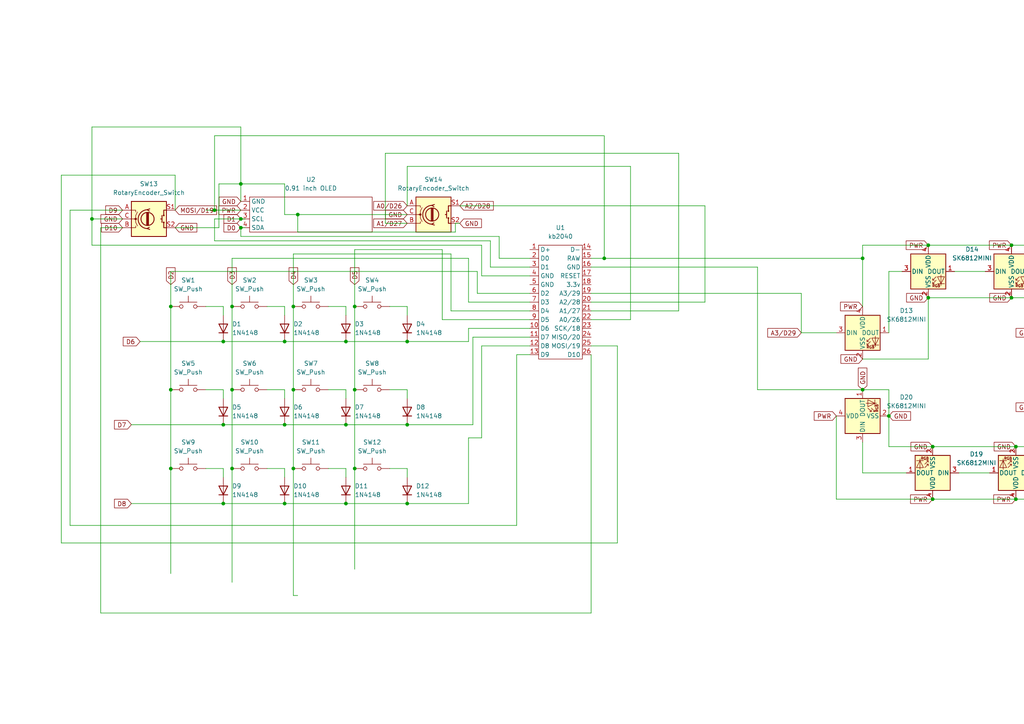
<source format=kicad_sch>
(kicad_sch
	(version 20250114)
	(generator "eeschema")
	(generator_version "9.0")
	(uuid "14c73fc2-4aea-464b-b3ee-5bd0a4a9658a")
	(paper "A4")
	(lib_symbols
		(symbol "Custom_Boards:0.91_inch_OLED"
			(exclude_from_sim no)
			(in_bom yes)
			(on_board yes)
			(property "Reference" "U"
				(at 18.288 -6.858 0)
				(effects
					(font
						(size 1.27 1.27)
					)
				)
			)
			(property "Value" "0.91 inch OLED"
				(at 18.034 -4.572 0)
				(effects
					(font
						(size 1.27 1.27)
					)
				)
			)
			(property "Footprint" "Custom_Boards:0.91 inch OLED"
				(at 20.066 -2.286 0)
				(effects
					(font
						(size 1.27 1.27)
					)
					(hide yes)
				)
			)
			(property "Datasheet" ""
				(at 0 0 0)
				(effects
					(font
						(size 1.27 1.27)
					)
					(hide yes)
				)
			)
			(property "Description" "0.91 inch OLED"
				(at 18.034 -4.572 0)
				(effects
					(font
						(size 1.27 1.27)
					)
					(hide yes)
				)
			)
			(property "ki_keywords" "0.91 inch OLED, 0.91 inch, OLED"
				(at 0 0 0)
				(effects
					(font
						(size 1.27 1.27)
					)
					(hide yes)
				)
			)
			(symbol "0.91_inch_OLED_0_1"
				(rectangle
					(start 0 0)
					(end 35.56 -10.16)
					(stroke
						(width 0)
						(type default)
					)
					(fill
						(type none)
					)
				)
			)
			(symbol "0.91_inch_OLED_1_1"
				(pin output line
					(at -2.54 -1.27 0)
					(length 2.54)
					(name "GND"
						(effects
							(font
								(size 1.27 1.27)
							)
						)
					)
					(number "1"
						(effects
							(font
								(size 1.27 1.27)
							)
						)
					)
				)
				(pin input line
					(at -2.54 -3.81 0)
					(length 2.54)
					(name "VCC"
						(effects
							(font
								(size 1.27 1.27)
							)
						)
					)
					(number "2"
						(effects
							(font
								(size 1.27 1.27)
							)
						)
					)
				)
				(pin input line
					(at -2.54 -6.35 0)
					(length 2.54)
					(name "SCL"
						(effects
							(font
								(size 1.27 1.27)
							)
						)
					)
					(number "3"
						(effects
							(font
								(size 1.27 1.27)
							)
						)
					)
				)
				(pin input line
					(at -2.54 -8.89 0)
					(length 2.54)
					(name "SDA"
						(effects
							(font
								(size 1.27 1.27)
							)
						)
					)
					(number "4"
						(effects
							(font
								(size 1.27 1.27)
							)
						)
					)
				)
			)
			(embedded_fonts no)
		)
		(symbol "Device:RotaryEncoder_Switch"
			(pin_names
				(offset 0.254)
				(hide yes)
			)
			(exclude_from_sim no)
			(in_bom yes)
			(on_board yes)
			(property "Reference" "SW"
				(at 0 6.604 0)
				(effects
					(font
						(size 1.27 1.27)
					)
				)
			)
			(property "Value" "RotaryEncoder_Switch"
				(at 0 -6.604 0)
				(effects
					(font
						(size 1.27 1.27)
					)
				)
			)
			(property "Footprint" ""
				(at -3.81 4.064 0)
				(effects
					(font
						(size 1.27 1.27)
					)
					(hide yes)
				)
			)
			(property "Datasheet" "~"
				(at 0 6.604 0)
				(effects
					(font
						(size 1.27 1.27)
					)
					(hide yes)
				)
			)
			(property "Description" "Rotary encoder, dual channel, incremental quadrate outputs, with switch"
				(at 0 0 0)
				(effects
					(font
						(size 1.27 1.27)
					)
					(hide yes)
				)
			)
			(property "ki_keywords" "rotary switch encoder switch push button"
				(at 0 0 0)
				(effects
					(font
						(size 1.27 1.27)
					)
					(hide yes)
				)
			)
			(property "ki_fp_filters" "RotaryEncoder*Switch*"
				(at 0 0 0)
				(effects
					(font
						(size 1.27 1.27)
					)
					(hide yes)
				)
			)
			(symbol "RotaryEncoder_Switch_0_1"
				(rectangle
					(start -5.08 5.08)
					(end 5.08 -5.08)
					(stroke
						(width 0.254)
						(type default)
					)
					(fill
						(type background)
					)
				)
				(polyline
					(pts
						(xy -5.08 2.54) (xy -3.81 2.54) (xy -3.81 2.032)
					)
					(stroke
						(width 0)
						(type default)
					)
					(fill
						(type none)
					)
				)
				(polyline
					(pts
						(xy -5.08 0) (xy -3.81 0) (xy -3.81 -1.016) (xy -3.302 -2.032)
					)
					(stroke
						(width 0)
						(type default)
					)
					(fill
						(type none)
					)
				)
				(polyline
					(pts
						(xy -5.08 -2.54) (xy -3.81 -2.54) (xy -3.81 -2.032)
					)
					(stroke
						(width 0)
						(type default)
					)
					(fill
						(type none)
					)
				)
				(polyline
					(pts
						(xy -4.318 0) (xy -3.81 0) (xy -3.81 1.016) (xy -3.302 2.032)
					)
					(stroke
						(width 0)
						(type default)
					)
					(fill
						(type none)
					)
				)
				(circle
					(center -3.81 0)
					(radius 0.254)
					(stroke
						(width 0)
						(type default)
					)
					(fill
						(type outline)
					)
				)
				(polyline
					(pts
						(xy -0.635 -1.778) (xy -0.635 1.778)
					)
					(stroke
						(width 0.254)
						(type default)
					)
					(fill
						(type none)
					)
				)
				(circle
					(center -0.381 0)
					(radius 1.905)
					(stroke
						(width 0.254)
						(type default)
					)
					(fill
						(type none)
					)
				)
				(polyline
					(pts
						(xy -0.381 -1.778) (xy -0.381 1.778)
					)
					(stroke
						(width 0.254)
						(type default)
					)
					(fill
						(type none)
					)
				)
				(arc
					(start -0.381 -2.794)
					(mid -3.0988 -0.0635)
					(end -0.381 2.667)
					(stroke
						(width 0.254)
						(type default)
					)
					(fill
						(type none)
					)
				)
				(polyline
					(pts
						(xy -0.127 1.778) (xy -0.127 -1.778)
					)
					(stroke
						(width 0.254)
						(type default)
					)
					(fill
						(type none)
					)
				)
				(polyline
					(pts
						(xy 0.254 2.921) (xy -0.508 2.667) (xy 0.127 2.286)
					)
					(stroke
						(width 0.254)
						(type default)
					)
					(fill
						(type none)
					)
				)
				(polyline
					(pts
						(xy 0.254 -3.048) (xy -0.508 -2.794) (xy 0.127 -2.413)
					)
					(stroke
						(width 0.254)
						(type default)
					)
					(fill
						(type none)
					)
				)
				(polyline
					(pts
						(xy 3.81 1.016) (xy 3.81 -1.016)
					)
					(stroke
						(width 0.254)
						(type default)
					)
					(fill
						(type none)
					)
				)
				(polyline
					(pts
						(xy 3.81 0) (xy 3.429 0)
					)
					(stroke
						(width 0.254)
						(type default)
					)
					(fill
						(type none)
					)
				)
				(circle
					(center 4.318 1.016)
					(radius 0.127)
					(stroke
						(width 0.254)
						(type default)
					)
					(fill
						(type none)
					)
				)
				(circle
					(center 4.318 -1.016)
					(radius 0.127)
					(stroke
						(width 0.254)
						(type default)
					)
					(fill
						(type none)
					)
				)
				(polyline
					(pts
						(xy 5.08 2.54) (xy 4.318 2.54) (xy 4.318 1.016)
					)
					(stroke
						(width 0.254)
						(type default)
					)
					(fill
						(type none)
					)
				)
				(polyline
					(pts
						(xy 5.08 -2.54) (xy 4.318 -2.54) (xy 4.318 -1.016)
					)
					(stroke
						(width 0.254)
						(type default)
					)
					(fill
						(type none)
					)
				)
			)
			(symbol "RotaryEncoder_Switch_1_1"
				(pin passive line
					(at -7.62 2.54 0)
					(length 2.54)
					(name "A"
						(effects
							(font
								(size 1.27 1.27)
							)
						)
					)
					(number "A"
						(effects
							(font
								(size 1.27 1.27)
							)
						)
					)
				)
				(pin passive line
					(at -7.62 0 0)
					(length 2.54)
					(name "C"
						(effects
							(font
								(size 1.27 1.27)
							)
						)
					)
					(number "C"
						(effects
							(font
								(size 1.27 1.27)
							)
						)
					)
				)
				(pin passive line
					(at -7.62 -2.54 0)
					(length 2.54)
					(name "B"
						(effects
							(font
								(size 1.27 1.27)
							)
						)
					)
					(number "B"
						(effects
							(font
								(size 1.27 1.27)
							)
						)
					)
				)
				(pin passive line
					(at 7.62 2.54 180)
					(length 2.54)
					(name "S1"
						(effects
							(font
								(size 1.27 1.27)
							)
						)
					)
					(number "S1"
						(effects
							(font
								(size 1.27 1.27)
							)
						)
					)
				)
				(pin passive line
					(at 7.62 -2.54 180)
					(length 2.54)
					(name "S2"
						(effects
							(font
								(size 1.27 1.27)
							)
						)
					)
					(number "S2"
						(effects
							(font
								(size 1.27 1.27)
							)
						)
					)
				)
			)
			(embedded_fonts no)
		)
		(symbol "Diode:1N4148"
			(pin_numbers
				(hide yes)
			)
			(pin_names
				(hide yes)
			)
			(exclude_from_sim no)
			(in_bom yes)
			(on_board yes)
			(property "Reference" "D"
				(at 0 2.54 0)
				(effects
					(font
						(size 1.27 1.27)
					)
				)
			)
			(property "Value" "1N4148"
				(at 0 -2.54 0)
				(effects
					(font
						(size 1.27 1.27)
					)
				)
			)
			(property "Footprint" "Diode_THT:D_DO-35_SOD27_P7.62mm_Horizontal"
				(at 0 0 0)
				(effects
					(font
						(size 1.27 1.27)
					)
					(hide yes)
				)
			)
			(property "Datasheet" "https://assets.nexperia.com/documents/data-sheet/1N4148_1N4448.pdf"
				(at 0 0 0)
				(effects
					(font
						(size 1.27 1.27)
					)
					(hide yes)
				)
			)
			(property "Description" "100V 0.15A standard switching diode, DO-35"
				(at 0 0 0)
				(effects
					(font
						(size 1.27 1.27)
					)
					(hide yes)
				)
			)
			(property "Sim.Device" "D"
				(at 0 0 0)
				(effects
					(font
						(size 1.27 1.27)
					)
					(hide yes)
				)
			)
			(property "Sim.Pins" "1=K 2=A"
				(at 0 0 0)
				(effects
					(font
						(size 1.27 1.27)
					)
					(hide yes)
				)
			)
			(property "ki_keywords" "diode"
				(at 0 0 0)
				(effects
					(font
						(size 1.27 1.27)
					)
					(hide yes)
				)
			)
			(property "ki_fp_filters" "D*DO?35*"
				(at 0 0 0)
				(effects
					(font
						(size 1.27 1.27)
					)
					(hide yes)
				)
			)
			(symbol "1N4148_0_1"
				(polyline
					(pts
						(xy -1.27 1.27) (xy -1.27 -1.27)
					)
					(stroke
						(width 0.254)
						(type default)
					)
					(fill
						(type none)
					)
				)
				(polyline
					(pts
						(xy 1.27 1.27) (xy 1.27 -1.27) (xy -1.27 0) (xy 1.27 1.27)
					)
					(stroke
						(width 0.254)
						(type default)
					)
					(fill
						(type none)
					)
				)
				(polyline
					(pts
						(xy 1.27 0) (xy -1.27 0)
					)
					(stroke
						(width 0)
						(type default)
					)
					(fill
						(type none)
					)
				)
			)
			(symbol "1N4148_1_1"
				(pin passive line
					(at -3.81 0 0)
					(length 2.54)
					(name "K"
						(effects
							(font
								(size 1.27 1.27)
							)
						)
					)
					(number "1"
						(effects
							(font
								(size 1.27 1.27)
							)
						)
					)
				)
				(pin passive line
					(at 3.81 0 180)
					(length 2.54)
					(name "A"
						(effects
							(font
								(size 1.27 1.27)
							)
						)
					)
					(number "2"
						(effects
							(font
								(size 1.27 1.27)
							)
						)
					)
				)
			)
			(embedded_fonts no)
		)
		(symbol "LED:SK6812MINI"
			(pin_names
				(offset 0.254)
			)
			(exclude_from_sim no)
			(in_bom yes)
			(on_board yes)
			(property "Reference" "D"
				(at 5.08 5.715 0)
				(effects
					(font
						(size 1.27 1.27)
					)
					(justify right bottom)
				)
			)
			(property "Value" "SK6812MINI"
				(at 1.27 -5.715 0)
				(effects
					(font
						(size 1.27 1.27)
					)
					(justify left top)
				)
			)
			(property "Footprint" "LED_SMD:LED_SK6812MINI_PLCC4_3.5x3.5mm_P1.75mm"
				(at 1.27 -7.62 0)
				(effects
					(font
						(size 1.27 1.27)
					)
					(justify left top)
					(hide yes)
				)
			)
			(property "Datasheet" "https://cdn-shop.adafruit.com/product-files/2686/SK6812MINI_REV.01-1-2.pdf"
				(at 2.54 -9.525 0)
				(effects
					(font
						(size 1.27 1.27)
					)
					(justify left top)
					(hide yes)
				)
			)
			(property "Description" "RGB LED with integrated controller"
				(at 0 0 0)
				(effects
					(font
						(size 1.27 1.27)
					)
					(hide yes)
				)
			)
			(property "ki_keywords" "RGB LED NeoPixel Mini addressable"
				(at 0 0 0)
				(effects
					(font
						(size 1.27 1.27)
					)
					(hide yes)
				)
			)
			(property "ki_fp_filters" "LED*SK6812MINI*PLCC*3.5x3.5mm*P1.75mm*"
				(at 0 0 0)
				(effects
					(font
						(size 1.27 1.27)
					)
					(hide yes)
				)
			)
			(symbol "SK6812MINI_0_0"
				(text "RGB"
					(at 2.286 -4.191 0)
					(effects
						(font
							(size 0.762 0.762)
						)
					)
				)
			)
			(symbol "SK6812MINI_0_1"
				(polyline
					(pts
						(xy 1.27 -2.54) (xy 1.778 -2.54)
					)
					(stroke
						(width 0)
						(type default)
					)
					(fill
						(type none)
					)
				)
				(polyline
					(pts
						(xy 1.27 -3.556) (xy 1.778 -3.556)
					)
					(stroke
						(width 0)
						(type default)
					)
					(fill
						(type none)
					)
				)
				(polyline
					(pts
						(xy 2.286 -1.524) (xy 1.27 -2.54) (xy 1.27 -2.032)
					)
					(stroke
						(width 0)
						(type default)
					)
					(fill
						(type none)
					)
				)
				(polyline
					(pts
						(xy 2.286 -2.54) (xy 1.27 -3.556) (xy 1.27 -3.048)
					)
					(stroke
						(width 0)
						(type default)
					)
					(fill
						(type none)
					)
				)
				(polyline
					(pts
						(xy 3.683 -1.016) (xy 3.683 -3.556) (xy 3.683 -4.064)
					)
					(stroke
						(width 0)
						(type default)
					)
					(fill
						(type none)
					)
				)
				(polyline
					(pts
						(xy 4.699 -1.524) (xy 2.667 -1.524) (xy 3.683 -3.556) (xy 4.699 -1.524)
					)
					(stroke
						(width 0)
						(type default)
					)
					(fill
						(type none)
					)
				)
				(polyline
					(pts
						(xy 4.699 -3.556) (xy 2.667 -3.556)
					)
					(stroke
						(width 0)
						(type default)
					)
					(fill
						(type none)
					)
				)
				(rectangle
					(start 5.08 5.08)
					(end -5.08 -5.08)
					(stroke
						(width 0.254)
						(type default)
					)
					(fill
						(type background)
					)
				)
			)
			(symbol "SK6812MINI_1_1"
				(pin input line
					(at -7.62 0 0)
					(length 2.54)
					(name "DIN"
						(effects
							(font
								(size 1.27 1.27)
							)
						)
					)
					(number "3"
						(effects
							(font
								(size 1.27 1.27)
							)
						)
					)
				)
				(pin power_in line
					(at 0 7.62 270)
					(length 2.54)
					(name "VDD"
						(effects
							(font
								(size 1.27 1.27)
							)
						)
					)
					(number "4"
						(effects
							(font
								(size 1.27 1.27)
							)
						)
					)
				)
				(pin power_in line
					(at 0 -7.62 90)
					(length 2.54)
					(name "VSS"
						(effects
							(font
								(size 1.27 1.27)
							)
						)
					)
					(number "2"
						(effects
							(font
								(size 1.27 1.27)
							)
						)
					)
				)
				(pin output line
					(at 7.62 0 180)
					(length 2.54)
					(name "DOUT"
						(effects
							(font
								(size 1.27 1.27)
							)
						)
					)
					(number "1"
						(effects
							(font
								(size 1.27 1.27)
							)
						)
					)
				)
			)
			(embedded_fonts no)
		)
		(symbol "Switch:SW_Push"
			(pin_numbers
				(hide yes)
			)
			(pin_names
				(offset 1.016)
				(hide yes)
			)
			(exclude_from_sim no)
			(in_bom yes)
			(on_board yes)
			(property "Reference" "SW"
				(at 1.27 2.54 0)
				(effects
					(font
						(size 1.27 1.27)
					)
					(justify left)
				)
			)
			(property "Value" "SW_Push"
				(at 0 -1.524 0)
				(effects
					(font
						(size 1.27 1.27)
					)
				)
			)
			(property "Footprint" ""
				(at 0 5.08 0)
				(effects
					(font
						(size 1.27 1.27)
					)
					(hide yes)
				)
			)
			(property "Datasheet" "~"
				(at 0 5.08 0)
				(effects
					(font
						(size 1.27 1.27)
					)
					(hide yes)
				)
			)
			(property "Description" "Push button switch, generic, two pins"
				(at 0 0 0)
				(effects
					(font
						(size 1.27 1.27)
					)
					(hide yes)
				)
			)
			(property "ki_keywords" "switch normally-open pushbutton push-button"
				(at 0 0 0)
				(effects
					(font
						(size 1.27 1.27)
					)
					(hide yes)
				)
			)
			(symbol "SW_Push_0_1"
				(circle
					(center -2.032 0)
					(radius 0.508)
					(stroke
						(width 0)
						(type default)
					)
					(fill
						(type none)
					)
				)
				(polyline
					(pts
						(xy 0 1.27) (xy 0 3.048)
					)
					(stroke
						(width 0)
						(type default)
					)
					(fill
						(type none)
					)
				)
				(circle
					(center 2.032 0)
					(radius 0.508)
					(stroke
						(width 0)
						(type default)
					)
					(fill
						(type none)
					)
				)
				(polyline
					(pts
						(xy 2.54 1.27) (xy -2.54 1.27)
					)
					(stroke
						(width 0)
						(type default)
					)
					(fill
						(type none)
					)
				)
				(pin passive line
					(at -5.08 0 0)
					(length 2.54)
					(name "1"
						(effects
							(font
								(size 1.27 1.27)
							)
						)
					)
					(number "1"
						(effects
							(font
								(size 1.27 1.27)
							)
						)
					)
				)
				(pin passive line
					(at 5.08 0 180)
					(length 2.54)
					(name "2"
						(effects
							(font
								(size 1.27 1.27)
							)
						)
					)
					(number "2"
						(effects
							(font
								(size 1.27 1.27)
							)
						)
					)
				)
			)
			(embedded_fonts no)
		)
		(symbol "kb2040:kb2040"
			(exclude_from_sim no)
			(in_bom yes)
			(on_board yes)
			(property "Reference" "U"
				(at 0 0 0)
				(effects
					(font
						(size 1.27 1.27)
					)
				)
			)
			(property "Value" "kb2040"
				(at 0 -2.54 0)
				(effects
					(font
						(size 1.27 1.27)
					)
				)
			)
			(property "Footprint" ""
				(at 0 0 0)
				(effects
					(font
						(size 1.27 1.27)
					)
					(hide yes)
				)
			)
			(property "Datasheet" ""
				(at 0 0 0)
				(effects
					(font
						(size 1.27 1.27)
					)
					(hide yes)
				)
			)
			(property "Description" ""
				(at 0 0 0)
				(effects
					(font
						(size 1.27 1.27)
					)
					(hide yes)
				)
			)
			(symbol "kb2040_0_1"
				(rectangle
					(start 0 -3.81)
					(end 12.7 -36.83)
					(stroke
						(width 0.1524)
						(type default)
					)
					(fill
						(type none)
					)
				)
			)
			(symbol "kb2040_1_1"
				(pin bidirectional line
					(at -2.54 -5.08 0)
					(length 2.54)
					(name "D+"
						(effects
							(font
								(size 1.27 1.27)
							)
						)
					)
					(number "1"
						(effects
							(font
								(size 1.27 1.27)
							)
						)
					)
				)
				(pin bidirectional line
					(at -2.54 -7.62 0)
					(length 2.54)
					(name "D0"
						(effects
							(font
								(size 1.27 1.27)
							)
						)
					)
					(number "2"
						(effects
							(font
								(size 1.27 1.27)
							)
						)
					)
				)
				(pin bidirectional line
					(at -2.54 -10.16 0)
					(length 2.54)
					(name "D1"
						(effects
							(font
								(size 1.27 1.27)
							)
						)
					)
					(number "3"
						(effects
							(font
								(size 1.27 1.27)
							)
						)
					)
				)
				(pin bidirectional line
					(at -2.54 -12.7 0)
					(length 2.54)
					(name "GND"
						(effects
							(font
								(size 1.27 1.27)
							)
						)
					)
					(number "4"
						(effects
							(font
								(size 1.27 1.27)
							)
						)
					)
				)
				(pin bidirectional line
					(at -2.54 -15.24 0)
					(length 2.54)
					(name "GND"
						(effects
							(font
								(size 1.27 1.27)
							)
						)
					)
					(number "5"
						(effects
							(font
								(size 1.27 1.27)
							)
						)
					)
				)
				(pin bidirectional line
					(at -2.54 -17.78 0)
					(length 2.54)
					(name "D2"
						(effects
							(font
								(size 1.27 1.27)
							)
						)
					)
					(number "6"
						(effects
							(font
								(size 1.27 1.27)
							)
						)
					)
				)
				(pin bidirectional line
					(at -2.54 -20.32 0)
					(length 2.54)
					(name "D3"
						(effects
							(font
								(size 1.27 1.27)
							)
						)
					)
					(number "7"
						(effects
							(font
								(size 1.27 1.27)
							)
						)
					)
				)
				(pin bidirectional line
					(at -2.54 -22.86 0)
					(length 2.54)
					(name "D4"
						(effects
							(font
								(size 1.27 1.27)
							)
						)
					)
					(number "8"
						(effects
							(font
								(size 1.27 1.27)
							)
						)
					)
				)
				(pin bidirectional line
					(at -2.54 -25.4 0)
					(length 2.54)
					(name "D5"
						(effects
							(font
								(size 1.27 1.27)
							)
						)
					)
					(number "9"
						(effects
							(font
								(size 1.27 1.27)
							)
						)
					)
				)
				(pin bidirectional line
					(at -2.54 -27.94 0)
					(length 2.54)
					(name "D6"
						(effects
							(font
								(size 1.27 1.27)
							)
						)
					)
					(number "10"
						(effects
							(font
								(size 1.27 1.27)
							)
						)
					)
				)
				(pin bidirectional line
					(at -2.54 -30.48 0)
					(length 2.54)
					(name "D7"
						(effects
							(font
								(size 1.27 1.27)
							)
						)
					)
					(number "11"
						(effects
							(font
								(size 1.27 1.27)
							)
						)
					)
				)
				(pin bidirectional line
					(at -2.54 -33.02 0)
					(length 2.54)
					(name "D8"
						(effects
							(font
								(size 1.27 1.27)
							)
						)
					)
					(number "12"
						(effects
							(font
								(size 1.27 1.27)
							)
						)
					)
				)
				(pin bidirectional line
					(at -2.54 -35.56 0)
					(length 2.54)
					(name "D9"
						(effects
							(font
								(size 1.27 1.27)
							)
						)
					)
					(number "13"
						(effects
							(font
								(size 1.27 1.27)
							)
						)
					)
				)
				(pin bidirectional line
					(at 15.24 -5.08 180)
					(length 2.54)
					(name "D-"
						(effects
							(font
								(size 1.27 1.27)
							)
						)
					)
					(number "14"
						(effects
							(font
								(size 1.27 1.27)
							)
						)
					)
				)
				(pin bidirectional line
					(at 15.24 -7.62 180)
					(length 2.54)
					(name "RAW"
						(effects
							(font
								(size 1.27 1.27)
							)
						)
					)
					(number "15"
						(effects
							(font
								(size 1.27 1.27)
							)
						)
					)
				)
				(pin bidirectional line
					(at 15.24 -10.16 180)
					(length 2.54)
					(name "GND"
						(effects
							(font
								(size 1.27 1.27)
							)
						)
					)
					(number "16"
						(effects
							(font
								(size 1.27 1.27)
							)
						)
					)
				)
				(pin bidirectional line
					(at 15.24 -12.7 180)
					(length 2.54)
					(name "RESET"
						(effects
							(font
								(size 1.27 1.27)
							)
						)
					)
					(number "17"
						(effects
							(font
								(size 1.27 1.27)
							)
						)
					)
				)
				(pin bidirectional line
					(at 15.24 -15.24 180)
					(length 2.54)
					(name "3.3v"
						(effects
							(font
								(size 1.27 1.27)
							)
						)
					)
					(number "18"
						(effects
							(font
								(size 1.27 1.27)
							)
						)
					)
				)
				(pin bidirectional line
					(at 15.24 -17.78 180)
					(length 2.54)
					(name "A3/29"
						(effects
							(font
								(size 1.27 1.27)
							)
						)
					)
					(number "19"
						(effects
							(font
								(size 1.27 1.27)
							)
						)
					)
				)
				(pin bidirectional line
					(at 15.24 -20.32 180)
					(length 2.54)
					(name "A2/28"
						(effects
							(font
								(size 1.27 1.27)
							)
						)
					)
					(number "20"
						(effects
							(font
								(size 1.27 1.27)
							)
						)
					)
				)
				(pin bidirectional line
					(at 15.24 -22.86 180)
					(length 2.54)
					(name "A1/27"
						(effects
							(font
								(size 1.27 1.27)
							)
						)
					)
					(number "21"
						(effects
							(font
								(size 1.27 1.27)
							)
						)
					)
				)
				(pin bidirectional line
					(at 15.24 -25.4 180)
					(length 2.54)
					(name "A0/26"
						(effects
							(font
								(size 1.27 1.27)
							)
						)
					)
					(number "22"
						(effects
							(font
								(size 1.27 1.27)
							)
						)
					)
				)
				(pin bidirectional line
					(at 15.24 -27.94 180)
					(length 2.54)
					(name "SCK/18"
						(effects
							(font
								(size 1.27 1.27)
							)
						)
					)
					(number "23"
						(effects
							(font
								(size 1.27 1.27)
							)
						)
					)
				)
				(pin bidirectional line
					(at 15.24 -30.48 180)
					(length 2.54)
					(name "MISO/20"
						(effects
							(font
								(size 1.27 1.27)
							)
						)
					)
					(number "24"
						(effects
							(font
								(size 1.27 1.27)
							)
						)
					)
				)
				(pin bidirectional line
					(at 15.24 -33.02 180)
					(length 2.54)
					(name "MOSI/19"
						(effects
							(font
								(size 1.27 1.27)
							)
						)
					)
					(number "25"
						(effects
							(font
								(size 1.27 1.27)
							)
						)
					)
				)
				(pin bidirectional line
					(at 15.24 -35.56 180)
					(length 2.54)
					(name "D10"
						(effects
							(font
								(size 1.27 1.27)
							)
						)
					)
					(number "26"
						(effects
							(font
								(size 1.27 1.27)
							)
						)
					)
				)
			)
			(embedded_fonts no)
		)
	)
	(junction
		(at 270.51 144.78)
		(diameter 0)
		(color 0 0 0 0)
		(uuid "04158bee-fc66-4868-a0d5-a5487694b4e9")
	)
	(junction
		(at 49.53 113.03)
		(diameter 0)
		(color 0 0 0 0)
		(uuid "0c5933ba-2cce-43dd-a76d-ee4ae50fb547")
	)
	(junction
		(at 300.99 96.52)
		(diameter 0)
		(color 0 0 0 0)
		(uuid "0d6fc743-f580-4824-a926-c7c6a578d6f6")
	)
	(junction
		(at 85.09 113.03)
		(diameter 0)
		(color 0 0 0 0)
		(uuid "109da8b2-5243-4a07-abb2-6416e8cbb493")
	)
	(junction
		(at 69.85 66.04)
		(diameter 0)
		(color 0 0 0 0)
		(uuid "1872f59d-1cd2-4b4c-b273-4e3a5aeaee1b")
	)
	(junction
		(at 269.24 71.12)
		(diameter 0)
		(color 0 0 0 0)
		(uuid "25fb81ce-1733-4736-9783-77d4699c3faf")
	)
	(junction
		(at 250.19 113.03)
		(diameter 0)
		(color 0 0 0 0)
		(uuid "26ea2e50-69dd-4aa1-84b0-e1ba36b160f0")
	)
	(junction
		(at 316.23 96.52)
		(diameter 0)
		(color 0 0 0 0)
		(uuid "2743c644-1849-48fa-9784-36abdd9a3197")
	)
	(junction
		(at 64.77 146.05)
		(diameter 0)
		(color 0 0 0 0)
		(uuid "2a1d5843-dfc2-402a-be42-581d9481a616")
	)
	(junction
		(at 118.11 123.19)
		(diameter 0)
		(color 0 0 0 0)
		(uuid "31c307b7-9314-4b08-bd0d-733a58f551a7")
	)
	(junction
		(at 69.85 53.34)
		(diameter 0)
		(color 0 0 0 0)
		(uuid "381858bf-2b99-45aa-9df7-c6a4477650e4")
	)
	(junction
		(at 82.55 99.06)
		(diameter 0)
		(color 0 0 0 0)
		(uuid "39166cea-32f1-4a38-aaad-3e18e3beb71f")
	)
	(junction
		(at 49.53 88.9)
		(diameter 0)
		(color 0 0 0 0)
		(uuid "444e1cb2-d9db-403c-9103-b864db783f3b")
	)
	(junction
		(at 250.19 74.93)
		(diameter 0)
		(color 0 0 0 0)
		(uuid "4889d012-6b55-47d5-b233-e0405649a0f1")
	)
	(junction
		(at 257.81 120.65)
		(diameter 0)
		(color 0 0 0 0)
		(uuid "4a68d169-0aca-43a2-b864-04e121636680")
	)
	(junction
		(at 102.87 113.03)
		(diameter 0)
		(color 0 0 0 0)
		(uuid "53790852-6b46-469d-986c-4bcd481c7b13")
	)
	(junction
		(at 82.55 146.05)
		(diameter 0)
		(color 0 0 0 0)
		(uuid "574d00e5-919c-465c-8a73-81c1c0269638")
	)
	(junction
		(at 62.23 60.96)
		(diameter 0)
		(color 0 0 0 0)
		(uuid "57e948a8-8c01-46db-ad21-8d1afdd6c7d8")
	)
	(junction
		(at 102.87 88.9)
		(diameter 0)
		(color 0 0 0 0)
		(uuid "70a08add-2bf2-488e-a71a-fabee1f0917d")
	)
	(junction
		(at 85.09 88.9)
		(diameter 0)
		(color 0 0 0 0)
		(uuid "7c262d04-a6bd-4ebe-9692-f03ec265a072")
	)
	(junction
		(at 26.67 63.5)
		(diameter 0)
		(color 0 0 0 0)
		(uuid "7e392c0e-a131-49ff-8063-5834d61a581b")
	)
	(junction
		(at 269.24 86.36)
		(diameter 0)
		(color 0 0 0 0)
		(uuid "8228f460-3fea-4da2-874f-b8d1529368f7")
	)
	(junction
		(at 67.31 135.89)
		(diameter 0)
		(color 0 0 0 0)
		(uuid "83b9726b-45af-4310-bd3d-56d2fe1951fd")
	)
	(junction
		(at 102.87 135.89)
		(diameter 0)
		(color 0 0 0 0)
		(uuid "84820822-a162-4108-9c93-1ae82bb2f911")
	)
	(junction
		(at 294.64 129.54)
		(diameter 0)
		(color 0 0 0 0)
		(uuid "9050cb07-0f7a-4369-b793-df0c104b2878")
	)
	(junction
		(at 49.53 135.89)
		(diameter 0)
		(color 0 0 0 0)
		(uuid "967ffb98-a296-447e-a180-f5c5df5ab0fa")
	)
	(junction
		(at 100.33 99.06)
		(diameter 0)
		(color 0 0 0 0)
		(uuid "9f5e0ba8-ce81-48c1-9a9a-ad0597a89026")
	)
	(junction
		(at 67.31 88.9)
		(diameter 0)
		(color 0 0 0 0)
		(uuid "a01b5eea-fa37-4d69-89f6-80484ea39484")
	)
	(junction
		(at 100.33 146.05)
		(diameter 0)
		(color 0 0 0 0)
		(uuid "a0640cf5-0024-495a-9350-2c47085d2846")
	)
	(junction
		(at 64.77 99.06)
		(diameter 0)
		(color 0 0 0 0)
		(uuid "a0939938-8784-485b-a391-f0df3882c0cd")
	)
	(junction
		(at 86.36 62.23)
		(diameter 0)
		(color 0 0 0 0)
		(uuid "a22afd32-c481-42be-98f2-0db6fb7b40af")
	)
	(junction
		(at 294.64 144.78)
		(diameter 0)
		(color 0 0 0 0)
		(uuid "a6e3a764-18a5-442b-892d-09f3a323f494")
	)
	(junction
		(at 100.33 123.19)
		(diameter 0)
		(color 0 0 0 0)
		(uuid "ad7f58e1-0908-4139-a9dd-3733c5e88fed")
	)
	(junction
		(at 118.11 146.05)
		(diameter 0)
		(color 0 0 0 0)
		(uuid "b81f315a-2ea0-402f-a9e0-e2a31cc97de0")
	)
	(junction
		(at 270.51 129.54)
		(diameter 0)
		(color 0 0 0 0)
		(uuid "cf96eebe-f000-444c-bdfa-fbdabb9085c3")
	)
	(junction
		(at 118.11 99.06)
		(diameter 0)
		(color 0 0 0 0)
		(uuid "d500b0be-f15f-4161-97eb-458d2289a4e3")
	)
	(junction
		(at 67.31 113.03)
		(diameter 0)
		(color 0 0 0 0)
		(uuid "d59b43be-bbaf-45e9-be45-fa27ce5fad7c")
	)
	(junction
		(at 64.77 123.19)
		(diameter 0)
		(color 0 0 0 0)
		(uuid "e4992cfb-1966-465c-9954-8b8e5e85133d")
	)
	(junction
		(at 175.26 74.93)
		(diameter 0)
		(color 0 0 0 0)
		(uuid "e5f0d30c-504e-4c83-b841-f95e536621d0")
	)
	(junction
		(at 300.99 118.11)
		(diameter 0)
		(color 0 0 0 0)
		(uuid "e9f52519-4e91-40bd-8f94-2d5c60154057")
	)
	(junction
		(at 85.09 135.89)
		(diameter 0)
		(color 0 0 0 0)
		(uuid "ecef3269-339f-4099-9431-e67e0b42e42a")
	)
	(junction
		(at 69.85 63.5)
		(diameter 0)
		(color 0 0 0 0)
		(uuid "f0f138f2-df8a-4532-82c5-5b4cd0d90cf7")
	)
	(junction
		(at 293.37 71.12)
		(diameter 0)
		(color 0 0 0 0)
		(uuid "f1d46bba-be66-4309-8856-179584f396be")
	)
	(junction
		(at 293.37 86.36)
		(diameter 0)
		(color 0 0 0 0)
		(uuid "f9121a08-5f41-4c10-bf85-172a20e853ac")
	)
	(junction
		(at 82.55 123.19)
		(diameter 0)
		(color 0 0 0 0)
		(uuid "fe0bccbe-f568-4ec7-81cf-b0eec2281839")
	)
	(junction
		(at 316.23 118.11)
		(diameter 0)
		(color 0 0 0 0)
		(uuid "ffa3d6ff-a56b-4abe-a0cf-e62446ea135e")
	)
	(wire
		(pts
			(xy 316.23 118.11) (xy 316.23 144.78)
		)
		(stroke
			(width 0)
			(type default)
		)
		(uuid "0064e48d-2c1b-46d6-8ff6-4c8773eb2779")
	)
	(wire
		(pts
			(xy 85.09 73.66) (xy 130.81 73.66)
		)
		(stroke
			(width 0)
			(type default)
		)
		(uuid "0163837a-0cd2-4664-9e9b-48493b7b6650")
	)
	(wire
		(pts
			(xy 38.1 146.05) (xy 64.77 146.05)
		)
		(stroke
			(width 0)
			(type default)
		)
		(uuid "01b5e7a4-1782-4e2b-b819-1c174e280d68")
	)
	(wire
		(pts
			(xy 118.11 113.03) (xy 118.11 115.57)
		)
		(stroke
			(width 0)
			(type default)
		)
		(uuid "020adef8-58ae-464a-9380-f4004ca6e302")
	)
	(wire
		(pts
			(xy 308.61 137.16) (xy 302.26 137.16)
		)
		(stroke
			(width 0)
			(type default)
		)
		(uuid "0939b323-3f26-4a1a-b38e-6e75c169fab7")
	)
	(wire
		(pts
			(xy 133.35 59.69) (xy 204.47 59.69)
		)
		(stroke
			(width 0)
			(type default)
		)
		(uuid "0b27f920-357d-44ac-9988-b545b022f267")
	)
	(wire
		(pts
			(xy 128.27 92.71) (xy 153.67 92.71)
		)
		(stroke
			(width 0)
			(type default)
		)
		(uuid "0bb34593-308a-4bb6-b2e9-a6be36f949ae")
	)
	(wire
		(pts
			(xy 278.13 137.16) (xy 287.02 137.16)
		)
		(stroke
			(width 0)
			(type default)
		)
		(uuid "0be885b6-d975-4804-93dd-2074144c542e")
	)
	(wire
		(pts
			(xy 17.78 50.8) (xy 50.8 50.8)
		)
		(stroke
			(width 0)
			(type default)
		)
		(uuid "0e0d6ab3-13a6-4339-951d-5dcde1924926")
	)
	(wire
		(pts
			(xy 100.33 99.06) (xy 118.11 99.06)
		)
		(stroke
			(width 0)
			(type default)
		)
		(uuid "0f4d980d-b436-4849-a228-c8ada1b08afb")
	)
	(wire
		(pts
			(xy 135.89 87.63) (xy 135.89 74.93)
		)
		(stroke
			(width 0)
			(type default)
		)
		(uuid "10c07fd4-02a9-47eb-b956-d22a071ca204")
	)
	(wire
		(pts
			(xy 269.24 86.36) (xy 293.37 86.36)
		)
		(stroke
			(width 0)
			(type default)
		)
		(uuid "110faa1a-0eff-4a95-9f41-d60b69f67956")
	)
	(wire
		(pts
			(xy 171.45 100.33) (xy 179.07 100.33)
		)
		(stroke
			(width 0)
			(type default)
		)
		(uuid "125ca0ac-b029-43ea-8668-9dc2fc750a8d")
	)
	(wire
		(pts
			(xy 86.36 62.23) (xy 118.11 62.23)
		)
		(stroke
			(width 0)
			(type default)
		)
		(uuid "14e79f91-d0ec-480c-99d4-e7cbf79358fb")
	)
	(wire
		(pts
			(xy 138.43 85.09) (xy 153.67 85.09)
		)
		(stroke
			(width 0)
			(type default)
		)
		(uuid "15f813bc-1722-4523-a2fa-f3332c37b878")
	)
	(wire
		(pts
			(xy 250.19 71.12) (xy 250.19 74.93)
		)
		(stroke
			(width 0)
			(type default)
		)
		(uuid "1626e0d7-26e5-4765-9fd1-96656ceaf6e2")
	)
	(wire
		(pts
			(xy 59.69 88.9) (xy 64.77 88.9)
		)
		(stroke
			(width 0)
			(type default)
		)
		(uuid "17d51cb4-79ee-46b0-b00a-6d96c450d416")
	)
	(wire
		(pts
			(xy 63.5 66.04) (xy 63.5 53.34)
		)
		(stroke
			(width 0)
			(type default)
		)
		(uuid "18563775-fb1c-467c-9aeb-e7d7e1aca1f4")
	)
	(wire
		(pts
			(xy 113.03 135.89) (xy 118.11 135.89)
		)
		(stroke
			(width 0)
			(type default)
		)
		(uuid "18741afa-5f09-41c2-9b86-0958152a4412")
	)
	(wire
		(pts
			(xy 62.23 60.96) (xy 69.85 60.96)
		)
		(stroke
			(width 0)
			(type default)
		)
		(uuid "19af29c7-49dc-462d-b746-d1cdd0868f0b")
	)
	(wire
		(pts
			(xy 132.08 67.31) (xy 86.36 67.31)
		)
		(stroke
			(width 0)
			(type default)
		)
		(uuid "19ed40de-95b5-4263-a62f-a896d7210073")
	)
	(wire
		(pts
			(xy 100.33 135.89) (xy 100.33 138.43)
		)
		(stroke
			(width 0)
			(type default)
		)
		(uuid "1a254004-75c3-4494-b8cc-e5a9629559d9")
	)
	(wire
		(pts
			(xy 113.03 113.03) (xy 118.11 113.03)
		)
		(stroke
			(width 0)
			(type default)
		)
		(uuid "1cb93bbe-5a68-42b7-abb7-988edd57a7ce")
	)
	(wire
		(pts
			(xy 64.77 99.06) (xy 82.55 99.06)
		)
		(stroke
			(width 0)
			(type default)
		)
		(uuid "1d9d91cf-5fb5-41bc-8467-1f1cf0526c2a")
	)
	(wire
		(pts
			(xy 38.1 123.19) (xy 64.77 123.19)
		)
		(stroke
			(width 0)
			(type default)
		)
		(uuid "1ed77447-773b-4ff4-9d59-319832a57769")
	)
	(wire
		(pts
			(xy 171.45 74.93) (xy 175.26 74.93)
		)
		(stroke
			(width 0)
			(type default)
		)
		(uuid "1f59aa80-edec-46cd-ab60-eb6cbf848753")
	)
	(wire
		(pts
			(xy 144.78 74.93) (xy 144.78 68.58)
		)
		(stroke
			(width 0)
			(type default)
		)
		(uuid "1f7ef66c-f765-4d63-b6c5-cb712eb4d5e0")
	)
	(wire
		(pts
			(xy 276.86 78.74) (xy 285.75 78.74)
		)
		(stroke
			(width 0)
			(type default)
		)
		(uuid "1fa4c3cb-eb92-4de3-bc1f-49758871367a")
	)
	(wire
		(pts
			(xy 269.24 71.12) (xy 293.37 71.12)
		)
		(stroke
			(width 0)
			(type default)
		)
		(uuid "21c92fc6-6dcd-414d-a595-bed042368c6a")
	)
	(wire
		(pts
			(xy 135.89 95.25) (xy 153.67 95.25)
		)
		(stroke
			(width 0)
			(type default)
		)
		(uuid "243c8de2-20c0-4a96-9497-c588de617350")
	)
	(wire
		(pts
			(xy 300.99 129.54) (xy 300.99 118.11)
		)
		(stroke
			(width 0)
			(type default)
		)
		(uuid "2697a62c-905c-4d1a-8efb-0e814ec6f2c0")
	)
	(wire
		(pts
			(xy 82.55 62.23) (xy 86.36 62.23)
		)
		(stroke
			(width 0)
			(type default)
		)
		(uuid "27228be2-c991-4555-a484-43fd54b50a74")
	)
	(wire
		(pts
			(xy 232.41 96.52) (xy 232.41 85.09)
		)
		(stroke
			(width 0)
			(type default)
		)
		(uuid "2bc9929d-332c-41cc-87d7-df9c3fec732a")
	)
	(wire
		(pts
			(xy 85.09 88.9) (xy 85.09 113.03)
		)
		(stroke
			(width 0)
			(type default)
		)
		(uuid "2e12b990-a1eb-479e-af44-de1acd43d0e7")
	)
	(wire
		(pts
			(xy 118.11 99.06) (xy 135.89 99.06)
		)
		(stroke
			(width 0)
			(type default)
		)
		(uuid "2ebf88a9-69fc-4eb1-8a65-948c4dd2b736")
	)
	(wire
		(pts
			(xy 316.23 144.78) (xy 294.64 144.78)
		)
		(stroke
			(width 0)
			(type default)
		)
		(uuid "2f74c36c-e366-497f-a03f-140985ddf4af")
	)
	(wire
		(pts
			(xy 257.81 129.54) (xy 270.51 129.54)
		)
		(stroke
			(width 0)
			(type default)
		)
		(uuid "322238db-0dd0-444d-bc94-424ee06c2354")
	)
	(wire
		(pts
			(xy 82.55 146.05) (xy 100.33 146.05)
		)
		(stroke
			(width 0)
			(type default)
		)
		(uuid "359ef0ab-7292-463e-80de-091a3bd2b0ad")
	)
	(wire
		(pts
			(xy 242.57 144.78) (xy 242.57 120.65)
		)
		(stroke
			(width 0)
			(type default)
		)
		(uuid "35db3629-9758-43ae-b5b2-646f80ec5150")
	)
	(wire
		(pts
			(xy 77.47 113.03) (xy 82.55 113.03)
		)
		(stroke
			(width 0)
			(type default)
		)
		(uuid "366ecb62-32e5-42f3-a8d8-36ab3a94845a")
	)
	(wire
		(pts
			(xy 85.09 135.89) (xy 85.09 172.72)
		)
		(stroke
			(width 0)
			(type default)
		)
		(uuid "368be7f1-fccf-47cd-a418-71b3257958f1")
	)
	(wire
		(pts
			(xy 250.19 137.16) (xy 250.19 128.27)
		)
		(stroke
			(width 0)
			(type default)
		)
		(uuid "3690df10-1850-4a75-9125-c7e0e5967b48")
	)
	(wire
		(pts
			(xy 100.33 88.9) (xy 100.33 91.44)
		)
		(stroke
			(width 0)
			(type default)
		)
		(uuid "3bf42b19-55f0-4eb2-a156-9ff43347a1fb")
	)
	(wire
		(pts
			(xy 316.23 71.12) (xy 316.23 96.52)
		)
		(stroke
			(width 0)
			(type default)
		)
		(uuid "3c9e0b51-531f-4dfd-9c77-6a91e9bb7564")
	)
	(wire
		(pts
			(xy 118.11 146.05) (xy 135.89 146.05)
		)
		(stroke
			(width 0)
			(type default)
		)
		(uuid "3f03b9f8-accc-45d6-a585-143c35ff6f06")
	)
	(wire
		(pts
			(xy 137.16 97.79) (xy 137.16 123.19)
		)
		(stroke
			(width 0)
			(type default)
		)
		(uuid "41b64454-07a5-4c2e-9318-e50ef1d8c3c8")
	)
	(wire
		(pts
			(xy 62.23 60.96) (xy 62.23 39.37)
		)
		(stroke
			(width 0)
			(type default)
		)
		(uuid "41b9afa2-1b5c-43d9-93da-eaa8843f57b3")
	)
	(wire
		(pts
			(xy 269.24 104.14) (xy 250.19 104.14)
		)
		(stroke
			(width 0)
			(type default)
		)
		(uuid "42665d40-c157-4f64-ab01-dc501b57e999")
	)
	(wire
		(pts
			(xy 270.51 129.54) (xy 294.64 129.54)
		)
		(stroke
			(width 0)
			(type default)
		)
		(uuid "42e49f93-d9a1-4e37-904a-373cda7e8570")
	)
	(wire
		(pts
			(xy 100.33 146.05) (xy 118.11 146.05)
		)
		(stroke
			(width 0)
			(type default)
		)
		(uuid "43ae612f-4abc-4f54-aa73-f49385d50549")
	)
	(wire
		(pts
			(xy 102.87 72.39) (xy 128.27 72.39)
		)
		(stroke
			(width 0)
			(type default)
		)
		(uuid "4557488b-03a7-4be0-85f9-601f99afc6a5")
	)
	(wire
		(pts
			(xy 59.69 113.03) (xy 64.77 113.03)
		)
		(stroke
			(width 0)
			(type default)
		)
		(uuid "46198b3a-b2fb-4db9-bad9-dfbdb3393042")
	)
	(wire
		(pts
			(xy 67.31 74.93) (xy 67.31 88.9)
		)
		(stroke
			(width 0)
			(type default)
		)
		(uuid "4863105b-5e79-4a5d-84c8-d3a5d90335cf")
	)
	(wire
		(pts
			(xy 67.31 135.89) (xy 67.31 168.91)
		)
		(stroke
			(width 0)
			(type default)
		)
		(uuid "488fba78-41e0-4205-9046-fa7a6d8f021b")
	)
	(wire
		(pts
			(xy 250.19 113.03) (xy 257.81 113.03)
		)
		(stroke
			(width 0)
			(type default)
		)
		(uuid "4c1fc851-c679-41c7-a23a-f2ede3931703")
	)
	(wire
		(pts
			(xy 135.89 146.05) (xy 135.89 127)
		)
		(stroke
			(width 0)
			(type default)
		)
		(uuid "4c619349-c56a-4145-b8cf-930d71be2f83")
	)
	(wire
		(pts
			(xy 26.67 36.83) (xy 26.67 63.5)
		)
		(stroke
			(width 0)
			(type default)
		)
		(uuid "4dcad2a7-8cd9-4e4d-a3c3-c917828119c7")
	)
	(wire
		(pts
			(xy 149.86 152.4) (xy 20.32 152.4)
		)
		(stroke
			(width 0)
			(type default)
		)
		(uuid "4de383ee-b253-4a51-8243-fa335c32c4c7")
	)
	(wire
		(pts
			(xy 95.25 135.89) (xy 100.33 135.89)
		)
		(stroke
			(width 0)
			(type default)
		)
		(uuid "4f23eb15-090a-4f01-bfbb-e658c6bc8596")
	)
	(wire
		(pts
			(xy 63.5 53.34) (xy 69.85 53.34)
		)
		(stroke
			(width 0)
			(type default)
		)
		(uuid "5144c596-f86f-4c98-b7ab-17386702ab45")
	)
	(wire
		(pts
			(xy 102.87 113.03) (xy 102.87 135.89)
		)
		(stroke
			(width 0)
			(type default)
		)
		(uuid "5239e4c0-ae41-46c4-9640-3036973eccf7")
	)
	(wire
		(pts
			(xy 82.55 113.03) (xy 82.55 115.57)
		)
		(stroke
			(width 0)
			(type default)
		)
		(uuid "5602c261-9dd5-42d7-a829-240dea9be708")
	)
	(wire
		(pts
			(xy 135.89 87.63) (xy 153.67 87.63)
		)
		(stroke
			(width 0)
			(type default)
		)
		(uuid "5a2d7fca-3c2a-48be-9d8a-603a9441cee3")
	)
	(wire
		(pts
			(xy 111.76 44.45) (xy 111.76 64.77)
		)
		(stroke
			(width 0)
			(type default)
		)
		(uuid "5aec4e41-2e85-49d5-b825-f01a5b08e104")
	)
	(wire
		(pts
			(xy 69.85 66.04) (xy 69.85 68.58)
		)
		(stroke
			(width 0)
			(type default)
		)
		(uuid "5bba0b68-e356-47fd-bac7-48ba8998ff58")
	)
	(wire
		(pts
			(xy 270.51 144.78) (xy 294.64 144.78)
		)
		(stroke
			(width 0)
			(type default)
		)
		(uuid "5d1d61e8-f01f-4ab8-9fd8-dfaaed65c160")
	)
	(wire
		(pts
			(xy 67.31 74.93) (xy 135.89 74.93)
		)
		(stroke
			(width 0)
			(type default)
		)
		(uuid "5d5c1738-a11f-465d-bd32-254b5a3a4929")
	)
	(wire
		(pts
			(xy 171.45 90.17) (xy 196.85 90.17)
		)
		(stroke
			(width 0)
			(type default)
		)
		(uuid "5de8dc80-4dc0-4121-918e-389bab3a3775")
	)
	(wire
		(pts
			(xy 82.55 88.9) (xy 82.55 91.44)
		)
		(stroke
			(width 0)
			(type default)
		)
		(uuid "5e08868b-2607-4cbe-b8dc-97439ebc9c9e")
	)
	(wire
		(pts
			(xy 67.31 88.9) (xy 67.31 113.03)
		)
		(stroke
			(width 0)
			(type default)
		)
		(uuid "5e80c1c4-3e0a-4e4d-8856-b33288547945")
	)
	(wire
		(pts
			(xy 142.24 77.47) (xy 142.24 69.85)
		)
		(stroke
			(width 0)
			(type default)
		)
		(uuid "5ec9da36-8296-4662-970c-ea017d9c1736")
	)
	(wire
		(pts
			(xy 85.09 172.72) (xy 86.36 172.72)
		)
		(stroke
			(width 0)
			(type default)
		)
		(uuid "5f1f348d-debb-42bf-94c6-97c1c204928f")
	)
	(wire
		(pts
			(xy 300.99 96.52) (xy 300.99 118.11)
		)
		(stroke
			(width 0)
			(type default)
		)
		(uuid "5f882dcc-07b5-44f6-8851-4a5c172172a1")
	)
	(wire
		(pts
			(xy 64.77 123.19) (xy 82.55 123.19)
		)
		(stroke
			(width 0)
			(type default)
		)
		(uuid "6098276e-bcdd-489f-bc66-6a6abb963dd1")
	)
	(wire
		(pts
			(xy 100.33 123.19) (xy 118.11 123.19)
		)
		(stroke
			(width 0)
			(type default)
		)
		(uuid "6295c4d8-91d3-426b-85d3-9dcc1e216da7")
	)
	(wire
		(pts
			(xy 26.67 63.5) (xy 35.56 63.5)
		)
		(stroke
			(width 0)
			(type default)
		)
		(uuid "63c9e6e5-956d-4c4f-b2c3-cf07c3673643")
	)
	(wire
		(pts
			(xy 77.47 88.9) (xy 82.55 88.9)
		)
		(stroke
			(width 0)
			(type default)
		)
		(uuid "67504e13-d377-4edf-a511-929a1f2bc7c7")
	)
	(wire
		(pts
			(xy 50.8 50.8) (xy 50.8 60.96)
		)
		(stroke
			(width 0)
			(type default)
		)
		(uuid "695e0df8-f477-48f3-a9b0-afd5fadfcd0d")
	)
	(wire
		(pts
			(xy 64.77 135.89) (xy 64.77 138.43)
		)
		(stroke
			(width 0)
			(type default)
		)
		(uuid "6b979f80-739a-4f13-ba2e-ac924de04508")
	)
	(wire
		(pts
			(xy 62.23 63.5) (xy 69.85 63.5)
		)
		(stroke
			(width 0)
			(type default)
		)
		(uuid "6ba36117-d2b9-4a62-9e5c-ded332256062")
	)
	(wire
		(pts
			(xy 118.11 123.19) (xy 137.16 123.19)
		)
		(stroke
			(width 0)
			(type default)
		)
		(uuid "6c1fc4af-7548-4255-bc06-6154c1d30100")
	)
	(wire
		(pts
			(xy 69.85 36.83) (xy 26.67 36.83)
		)
		(stroke
			(width 0)
			(type default)
		)
		(uuid "6cd44bfa-fe96-448b-a0b6-2d7ff2c796f9")
	)
	(wire
		(pts
			(xy 132.08 64.77) (xy 132.08 67.31)
		)
		(stroke
			(width 0)
			(type default)
		)
		(uuid "6e859968-c32b-4585-b91f-c80da38ea998")
	)
	(wire
		(pts
			(xy 250.19 71.12) (xy 269.24 71.12)
		)
		(stroke
			(width 0)
			(type default)
		)
		(uuid "70116a9e-46bf-459e-82d4-015ea0f0c924")
	)
	(wire
		(pts
			(xy 77.47 135.89) (xy 82.55 135.89)
		)
		(stroke
			(width 0)
			(type default)
		)
		(uuid "714111b8-502b-4897-8e6a-d844d406c366")
	)
	(wire
		(pts
			(xy 300.99 96.52) (xy 300.99 86.36)
		)
		(stroke
			(width 0)
			(type default)
		)
		(uuid "716a4529-8480-470f-ba1e-dde36701258c")
	)
	(wire
		(pts
			(xy 20.32 152.4) (xy 20.32 60.96)
		)
		(stroke
			(width 0)
			(type default)
		)
		(uuid "73159469-6c97-4031-86ae-8dfdd5ffd4b8")
	)
	(wire
		(pts
			(xy 269.24 86.36) (xy 269.24 104.14)
		)
		(stroke
			(width 0)
			(type default)
		)
		(uuid "78dcd10d-3cd2-42ce-98c1-8605506634a4")
	)
	(wire
		(pts
			(xy 82.55 135.89) (xy 82.55 138.43)
		)
		(stroke
			(width 0)
			(type default)
		)
		(uuid "79d136a7-3661-469f-8d3e-83061e1c78a0")
	)
	(wire
		(pts
			(xy 62.23 69.85) (xy 142.24 69.85)
		)
		(stroke
			(width 0)
			(type default)
		)
		(uuid "833e0585-827a-475f-8ba7-c5e52ef4c1ec")
	)
	(wire
		(pts
			(xy 139.7 100.33) (xy 153.67 100.33)
		)
		(stroke
			(width 0)
			(type default)
		)
		(uuid "85f45e1f-165c-475d-9d4f-b3446bd8f2fe")
	)
	(wire
		(pts
			(xy 179.07 100.33) (xy 179.07 157.48)
		)
		(stroke
			(width 0)
			(type default)
		)
		(uuid "88517b4f-0df6-40b7-8397-f7ddfc0e6802")
	)
	(wire
		(pts
			(xy 100.33 113.03) (xy 100.33 115.57)
		)
		(stroke
			(width 0)
			(type default)
		)
		(uuid "88bd1a5c-33e2-473b-900e-cf9322cba092")
	)
	(wire
		(pts
			(xy 250.19 74.93) (xy 250.19 88.9)
		)
		(stroke
			(width 0)
			(type default)
		)
		(uuid "89b1d045-2745-4ef3-90b0-9aadc1930713")
	)
	(wire
		(pts
			(xy 257.81 120.65) (xy 257.81 129.54)
		)
		(stroke
			(width 0)
			(type default)
		)
		(uuid "89ce5b52-c3e9-46ca-a3ca-95979e48f6d7")
	)
	(wire
		(pts
			(xy 182.88 48.26) (xy 182.88 92.71)
		)
		(stroke
			(width 0)
			(type default)
		)
		(uuid "8e271fe7-165a-498c-af03-dc5098e545f1")
	)
	(wire
		(pts
			(xy 118.11 59.69) (xy 118.11 48.26)
		)
		(stroke
			(width 0)
			(type default)
		)
		(uuid "8f367b79-6b22-46db-b219-a5e4aea00bba")
	)
	(wire
		(pts
			(xy 82.55 62.23) (xy 82.55 53.34)
		)
		(stroke
			(width 0)
			(type default)
		)
		(uuid "904d36ab-3e7f-4c10-aa34-7bc9f1e98634")
	)
	(wire
		(pts
			(xy 232.41 96.52) (xy 242.57 96.52)
		)
		(stroke
			(width 0)
			(type default)
		)
		(uuid "936fc675-aca3-4102-9354-da8a3c76fdb5")
	)
	(wire
		(pts
			(xy 250.19 113.03) (xy 219.71 113.03)
		)
		(stroke
			(width 0)
			(type default)
		)
		(uuid "988cc2e7-ae84-437d-8409-6b633dde44d6")
	)
	(wire
		(pts
			(xy 69.85 58.42) (xy 69.85 53.34)
		)
		(stroke
			(width 0)
			(type default)
		)
		(uuid "991e4f79-3245-44b0-9a49-a0f34b81c889")
	)
	(wire
		(pts
			(xy 219.71 113.03) (xy 219.71 77.47)
		)
		(stroke
			(width 0)
			(type default)
		)
		(uuid "9a1c0899-8bc4-4ef2-a051-3c6bc74029bb")
	)
	(wire
		(pts
			(xy 49.53 135.89) (xy 49.53 166.37)
		)
		(stroke
			(width 0)
			(type default)
		)
		(uuid "9aa73e5e-9661-447d-b917-08664a35fa99")
	)
	(wire
		(pts
			(xy 175.26 74.93) (xy 250.19 74.93)
		)
		(stroke
			(width 0)
			(type default)
		)
		(uuid "9b0d7f61-26a2-404a-ace8-d5cb11d13897")
	)
	(wire
		(pts
			(xy 49.53 88.9) (xy 49.53 113.03)
		)
		(stroke
			(width 0)
			(type default)
		)
		(uuid "9b5b0c09-69a8-418f-8004-0cf79e234c62")
	)
	(wire
		(pts
			(xy 293.37 71.12) (xy 316.23 71.12)
		)
		(stroke
			(width 0)
			(type default)
		)
		(uuid "9b943517-00b7-4c95-a214-a30e3172c331")
	)
	(wire
		(pts
			(xy 130.81 90.17) (xy 130.81 73.66)
		)
		(stroke
			(width 0)
			(type default)
		)
		(uuid "9bb9a9f8-6276-463c-a25c-bea49ddec33f")
	)
	(wire
		(pts
			(xy 219.71 77.47) (xy 171.45 77.47)
		)
		(stroke
			(width 0)
			(type default)
		)
		(uuid "9c3e8a8a-3ceb-42bc-be09-0004fdef5543")
	)
	(wire
		(pts
			(xy 85.09 73.66) (xy 85.09 88.9)
		)
		(stroke
			(width 0)
			(type default)
		)
		(uuid "9c9b508a-f1dc-461c-82ef-2bd4abf0d685")
	)
	(wire
		(pts
			(xy 142.24 77.47) (xy 153.67 77.47)
		)
		(stroke
			(width 0)
			(type default)
		)
		(uuid "9e15c525-0a57-4b87-954e-1977ce44b1bc")
	)
	(wire
		(pts
			(xy 179.07 157.48) (xy 17.78 157.48)
		)
		(stroke
			(width 0)
			(type default)
		)
		(uuid "9e1c10b1-b016-4427-9e1d-f72dc73133b0")
	)
	(wire
		(pts
			(xy 62.23 39.37) (xy 175.26 39.37)
		)
		(stroke
			(width 0)
			(type default)
		)
		(uuid "9f280564-f17f-47e3-ae06-46ed2ec4d11f")
	)
	(wire
		(pts
			(xy 257.81 78.74) (xy 261.62 78.74)
		)
		(stroke
			(width 0)
			(type default)
		)
		(uuid "9fe0f15d-91d3-44a9-8e51-dec898ea93d2")
	)
	(wire
		(pts
			(xy 69.85 68.58) (xy 144.78 68.58)
		)
		(stroke
			(width 0)
			(type default)
		)
		(uuid "a3132fed-bbf8-4057-8b50-249be654999b")
	)
	(wire
		(pts
			(xy 294.64 129.54) (xy 300.99 129.54)
		)
		(stroke
			(width 0)
			(type default)
		)
		(uuid "a5910e04-120c-46af-8687-f70f5315f2e8")
	)
	(wire
		(pts
			(xy 95.25 88.9) (xy 100.33 88.9)
		)
		(stroke
			(width 0)
			(type default)
		)
		(uuid "a60138ca-2f3e-4e29-b78e-f0d117c01421")
	)
	(wire
		(pts
			(xy 144.78 74.93) (xy 153.67 74.93)
		)
		(stroke
			(width 0)
			(type default)
		)
		(uuid "a81a1c0f-df4b-4fcf-952f-7b21e70de39c")
	)
	(wire
		(pts
			(xy 118.11 135.89) (xy 118.11 138.43)
		)
		(stroke
			(width 0)
			(type default)
		)
		(uuid "aa74376f-e818-48d4-95ba-c9e068c4aba5")
	)
	(wire
		(pts
			(xy 149.86 102.87) (xy 149.86 152.4)
		)
		(stroke
			(width 0)
			(type default)
		)
		(uuid "ab2fd94b-ed8c-475f-a7c4-8314829ea365")
	)
	(wire
		(pts
			(xy 102.87 72.39) (xy 102.87 88.9)
		)
		(stroke
			(width 0)
			(type default)
		)
		(uuid "b0302065-9d19-404a-8baf-db080e91cf15")
	)
	(wire
		(pts
			(xy 26.67 63.5) (xy 26.67 71.12)
		)
		(stroke
			(width 0)
			(type default)
		)
		(uuid "b18e37d4-9c37-407c-aa2d-ebe4158cb50e")
	)
	(wire
		(pts
			(xy 59.69 135.89) (xy 64.77 135.89)
		)
		(stroke
			(width 0)
			(type default)
		)
		(uuid "b1dfaf5d-d2db-4b5a-a1b1-db19aa0a6fc6")
	)
	(wire
		(pts
			(xy 308.61 104.14) (xy 308.61 110.49)
		)
		(stroke
			(width 0)
			(type default)
		)
		(uuid "b5c747a9-ebf7-4b4e-94b3-26fb814202c4")
	)
	(wire
		(pts
			(xy 111.76 64.77) (xy 118.11 64.77)
		)
		(stroke
			(width 0)
			(type default)
		)
		(uuid "b5e538ed-2bda-4b11-ae48-b8d7f312c845")
	)
	(wire
		(pts
			(xy 82.55 123.19) (xy 100.33 123.19)
		)
		(stroke
			(width 0)
			(type default)
		)
		(uuid "b677a923-aba1-4380-a4fa-45238e913f80")
	)
	(wire
		(pts
			(xy 69.85 63.5) (xy 71.12 63.5)
		)
		(stroke
			(width 0)
			(type default)
		)
		(uuid "b710b373-cd85-4110-a861-6b4d6cccf350")
	)
	(wire
		(pts
			(xy 71.12 66.04) (xy 69.85 66.04)
		)
		(stroke
			(width 0)
			(type default)
		)
		(uuid "b86d0c06-08c2-463a-bddf-8b72de42eb09")
	)
	(wire
		(pts
			(xy 29.21 177.8) (xy 171.45 177.8)
		)
		(stroke
			(width 0)
			(type default)
		)
		(uuid "baea520f-1ac3-4b97-a2c9-db179ee4df5a")
	)
	(wire
		(pts
			(xy 257.81 96.52) (xy 257.81 78.74)
		)
		(stroke
			(width 0)
			(type default)
		)
		(uuid "bb687417-7911-4a9a-a4e8-616768118b64")
	)
	(wire
		(pts
			(xy 139.7 80.01) (xy 153.67 80.01)
		)
		(stroke
			(width 0)
			(type default)
		)
		(uuid "bc6a3e17-0a09-4b46-9226-6dd431c6500c")
	)
	(wire
		(pts
			(xy 135.89 127) (xy 139.7 127)
		)
		(stroke
			(width 0)
			(type default)
		)
		(uuid "bca1f25b-cf5b-4cac-afd3-ab1d240f047a")
	)
	(wire
		(pts
			(xy 82.55 99.06) (xy 100.33 99.06)
		)
		(stroke
			(width 0)
			(type default)
		)
		(uuid "bd06f345-b9a5-446b-b95d-0c36a61f1865")
	)
	(wire
		(pts
			(xy 26.67 71.12) (xy 139.7 71.12)
		)
		(stroke
			(width 0)
			(type default)
		)
		(uuid "bd4ac7ce-30fe-4a46-9b3d-b7f57514d23c")
	)
	(wire
		(pts
			(xy 113.03 88.9) (xy 118.11 88.9)
		)
		(stroke
			(width 0)
			(type default)
		)
		(uuid "bde0ad04-b355-43c9-aa94-80a8090a06b3")
	)
	(wire
		(pts
			(xy 300.99 86.36) (xy 293.37 86.36)
		)
		(stroke
			(width 0)
			(type default)
		)
		(uuid "c0e07d77-8d99-467b-891c-c3c6a21e1360")
	)
	(wire
		(pts
			(xy 64.77 146.05) (xy 82.55 146.05)
		)
		(stroke
			(width 0)
			(type default)
		)
		(uuid "c13975a4-d515-479f-ad81-086bd91d9974")
	)
	(wire
		(pts
			(xy 118.11 48.26) (xy 182.88 48.26)
		)
		(stroke
			(width 0)
			(type default)
		)
		(uuid "c79e995f-ba7b-460a-8099-17c0be7a67a6")
	)
	(wire
		(pts
			(xy 49.53 78.74) (xy 138.43 78.74)
		)
		(stroke
			(width 0)
			(type default)
		)
		(uuid "c7f4839f-4dcd-40cb-b674-5d9734a6a744")
	)
	(wire
		(pts
			(xy 49.53 78.74) (xy 49.53 88.9)
		)
		(stroke
			(width 0)
			(type default)
		)
		(uuid "c83a916c-17ae-4e2b-a29c-4d8a58e8e768")
	)
	(wire
		(pts
			(xy 40.64 99.06) (xy 64.77 99.06)
		)
		(stroke
			(width 0)
			(type default)
		)
		(uuid "c866484c-084a-4774-8cff-5b36908baddd")
	)
	(wire
		(pts
			(xy 17.78 157.48) (xy 17.78 50.8)
		)
		(stroke
			(width 0)
			(type default)
		)
		(uuid "cd709913-ec98-445d-a1fd-4f0417faca9c")
	)
	(wire
		(pts
			(xy 270.51 144.78) (xy 242.57 144.78)
		)
		(stroke
			(width 0)
			(type default)
		)
		(uuid "ced048a2-e2b2-4b0c-a538-5fdc54b19ac2")
	)
	(wire
		(pts
			(xy 138.43 85.09) (xy 138.43 78.74)
		)
		(stroke
			(width 0)
			(type default)
		)
		(uuid "cf21108c-acce-4b52-92dd-51d3ef284aa4")
	)
	(wire
		(pts
			(xy 95.25 113.03) (xy 100.33 113.03)
		)
		(stroke
			(width 0)
			(type default)
		)
		(uuid "d1565db6-34fa-4073-bce6-8c2e255a298b")
	)
	(wire
		(pts
			(xy 64.77 88.9) (xy 64.77 91.44)
		)
		(stroke
			(width 0)
			(type default)
		)
		(uuid "d19aba27-da6b-4a8d-ae5c-a393b7e67c4c")
	)
	(wire
		(pts
			(xy 139.7 80.01) (xy 139.7 71.12)
		)
		(stroke
			(width 0)
			(type default)
		)
		(uuid "d1e80110-4dd5-4884-ada7-01bc132f0ac9")
	)
	(wire
		(pts
			(xy 139.7 127) (xy 139.7 100.33)
		)
		(stroke
			(width 0)
			(type default)
		)
		(uuid "d2ba4cc0-667f-4e01-be7b-cb9d31b92d70")
	)
	(wire
		(pts
			(xy 85.09 113.03) (xy 85.09 135.89)
		)
		(stroke
			(width 0)
			(type default)
		)
		(uuid "d64faea2-299c-4ae9-b722-acab458ca5d9")
	)
	(wire
		(pts
			(xy 262.89 137.16) (xy 250.19 137.16)
		)
		(stroke
			(width 0)
			(type default)
		)
		(uuid "d6683ba4-33df-439d-b316-57246a833116")
	)
	(wire
		(pts
			(xy 153.67 97.79) (xy 137.16 97.79)
		)
		(stroke
			(width 0)
			(type default)
		)
		(uuid "d6fe74e1-f3cb-4d6b-942f-c0d14f9adc07")
	)
	(wire
		(pts
			(xy 133.35 64.77) (xy 132.08 64.77)
		)
		(stroke
			(width 0)
			(type default)
		)
		(uuid "d7363e90-1a91-49fd-841a-854abc6e29b1")
	)
	(wire
		(pts
			(xy 182.88 92.71) (xy 171.45 92.71)
		)
		(stroke
			(width 0)
			(type default)
		)
		(uuid "d819d631-f850-49e6-924c-2014697cc6c3")
	)
	(wire
		(pts
			(xy 29.21 66.04) (xy 29.21 177.8)
		)
		(stroke
			(width 0)
			(type default)
		)
		(uuid "dad56244-b9bc-4e01-9910-898c8be079c6")
	)
	(wire
		(pts
			(xy 67.31 113.03) (xy 67.31 135.89)
		)
		(stroke
			(width 0)
			(type default)
		)
		(uuid "db999f69-584c-42a4-9b77-b43230534ff0")
	)
	(wire
		(pts
			(xy 20.32 60.96) (xy 35.56 60.96)
		)
		(stroke
			(width 0)
			(type default)
		)
		(uuid "ddd89dce-3e1d-4b94-bf1f-8ec2e2e4da7d")
	)
	(wire
		(pts
			(xy 69.85 53.34) (xy 69.85 36.83)
		)
		(stroke
			(width 0)
			(type default)
		)
		(uuid "df47d663-ec58-4e05-845e-a6c41c34e9b3")
	)
	(wire
		(pts
			(xy 64.77 113.03) (xy 64.77 115.57)
		)
		(stroke
			(width 0)
			(type default)
		)
		(uuid "e0c970d3-6545-4eae-be1e-92d74822917f")
	)
	(wire
		(pts
			(xy 308.61 78.74) (xy 308.61 88.9)
		)
		(stroke
			(width 0)
			(type default)
		)
		(uuid "e0db32b2-8072-42d3-9898-74b14f622b2e")
	)
	(wire
		(pts
			(xy 171.45 177.8) (xy 171.45 102.87)
		)
		(stroke
			(width 0)
			(type default)
		)
		(uuid "e2d5e060-ed79-4073-8fbb-309e60ddbe2b")
	)
	(wire
		(pts
			(xy 50.8 66.04) (xy 63.5 66.04)
		)
		(stroke
			(width 0)
			(type default)
		)
		(uuid "e30afae5-b208-4bed-9b91-e0e99594037e")
	)
	(wire
		(pts
			(xy 102.87 88.9) (xy 102.87 113.03)
		)
		(stroke
			(width 0)
			(type default)
		)
		(uuid "e4788776-becd-4d8f-84ee-01e43baeb7f7")
	)
	(wire
		(pts
			(xy 232.41 85.09) (xy 171.45 85.09)
		)
		(stroke
			(width 0)
			(type default)
		)
		(uuid "e54da570-c22f-4aa7-a4f8-b23d7c38dba8")
	)
	(wire
		(pts
			(xy 102.87 135.89) (xy 102.87 165.1)
		)
		(stroke
			(width 0)
			(type default)
		)
		(uuid "e87aaa62-bfce-4af8-9810-e10364f176f2")
	)
	(wire
		(pts
			(xy 204.47 59.69) (xy 204.47 87.63)
		)
		(stroke
			(width 0)
			(type default)
		)
		(uuid "e889d4b0-a4cf-47ac-b1b7-938fe6a2cb2b")
	)
	(wire
		(pts
			(xy 175.26 39.37) (xy 175.26 74.93)
		)
		(stroke
			(width 0)
			(type default)
		)
		(uuid "ea3b4f86-3fcc-4936-bac6-a213391b4464")
	)
	(wire
		(pts
			(xy 62.23 63.5) (xy 62.23 69.85)
		)
		(stroke
			(width 0)
			(type default)
		)
		(uuid "ebfa1b5a-e500-4331-8ece-877ddbbb386f")
	)
	(wire
		(pts
			(xy 49.53 113.03) (xy 49.53 135.89)
		)
		(stroke
			(width 0)
			(type default)
		)
		(uuid "ec020d98-0390-4b5e-9f91-60c2cb07d81d")
	)
	(wire
		(pts
			(xy 29.21 66.04) (xy 35.56 66.04)
		)
		(stroke
			(width 0)
			(type default)
		)
		(uuid "ec4d11fd-b0f2-408f-8892-74f4691e39b6")
	)
	(wire
		(pts
			(xy 300.99 78.74) (xy 308.61 78.74)
		)
		(stroke
			(width 0)
			(type default)
		)
		(uuid "ed8baa2a-1ff1-4982-bbdf-8976a9eaacba")
	)
	(wire
		(pts
			(xy 196.85 90.17) (xy 196.85 44.45)
		)
		(stroke
			(width 0)
			(type default)
		)
		(uuid "f0a1189b-8ce0-4e78-b76b-9720b735e970")
	)
	(wire
		(pts
			(xy 128.27 72.39) (xy 128.27 92.71)
		)
		(stroke
			(width 0)
			(type default)
		)
		(uuid "f0c384cc-797b-4059-bd76-22cf78fce709")
	)
	(wire
		(pts
			(xy 149.86 102.87) (xy 153.67 102.87)
		)
		(stroke
			(width 0)
			(type default)
		)
		(uuid "f2bfeba3-b878-44fa-b0ab-58c68e839fa3")
	)
	(wire
		(pts
			(xy 59.69 60.96) (xy 62.23 60.96)
		)
		(stroke
			(width 0)
			(type default)
		)
		(uuid "f634ec50-3dd2-430c-b5d2-b77a0b1af03c")
	)
	(wire
		(pts
			(xy 86.36 67.31) (xy 86.36 62.23)
		)
		(stroke
			(width 0)
			(type default)
		)
		(uuid "f68b7926-15a2-4dac-9f9b-cec7c0d085ba")
	)
	(wire
		(pts
			(xy 316.23 96.52) (xy 316.23 118.11)
		)
		(stroke
			(width 0)
			(type default)
		)
		(uuid "f6ff5f70-4a8f-4d11-90ae-cb855e2bb8c3")
	)
	(wire
		(pts
			(xy 130.81 90.17) (xy 153.67 90.17)
		)
		(stroke
			(width 0)
			(type default)
		)
		(uuid "f8734284-79e4-408e-baee-73a1430725c9")
	)
	(wire
		(pts
			(xy 204.47 87.63) (xy 171.45 87.63)
		)
		(stroke
			(width 0)
			(type default)
		)
		(uuid "fbcdddba-0108-469a-82e9-06e10b5786f5")
	)
	(wire
		(pts
			(xy 257.81 113.03) (xy 257.81 120.65)
		)
		(stroke
			(width 0)
			(type default)
		)
		(uuid "fbe99331-9ca4-440d-aa79-eb9a8519785d")
	)
	(wire
		(pts
			(xy 308.61 125.73) (xy 308.61 137.16)
		)
		(stroke
			(width 0)
			(type default)
		)
		(uuid "fbf05860-5438-4a45-a516-aafc0d19ed11")
	)
	(wire
		(pts
			(xy 118.11 88.9) (xy 118.11 91.44)
		)
		(stroke
			(width 0)
			(type default)
		)
		(uuid "fc7dd115-c010-42d3-943d-b67b23795cad")
	)
	(wire
		(pts
			(xy 135.89 95.25) (xy 135.89 99.06)
		)
		(stroke
			(width 0)
			(type default)
		)
		(uuid "fdeb501b-d938-4cdb-b2a6-b7130322f0b1")
	)
	(wire
		(pts
			(xy 196.85 44.45) (xy 111.76 44.45)
		)
		(stroke
			(width 0)
			(type default)
		)
		(uuid "fea0404f-31b2-4846-bb04-fb45dbe0a873")
	)
	(wire
		(pts
			(xy 82.55 53.34) (xy 69.85 53.34)
		)
		(stroke
			(width 0)
			(type default)
		)
		(uuid "ff54382e-36d6-41e8-9125-4d9ae6907f8a")
	)
	(global_label "A3{slash}D29"
		(shape input)
		(at 232.41 96.52 180)
		(fields_autoplaced yes)
		(effects
			(font
				(size 1.27 1.27)
			)
			(justify right)
		)
		(uuid "07bf791e-0f29-464b-b7d1-9dcdccf39f0c")
		(property "Intersheetrefs" "${INTERSHEET_REFS}"
			(at 222.1072 96.52 0)
			(effects
				(font
					(size 1.27 1.27)
				)
				(justify right)
				(hide yes)
			)
		)
	)
	(global_label "GND"
		(shape input)
		(at 257.81 120.65 0)
		(fields_autoplaced yes)
		(effects
			(font
				(size 1.27 1.27)
			)
			(justify left)
		)
		(uuid "0a4bd57a-2788-41eb-bb0e-5ae1be14f25c")
		(property "Intersheetrefs" "${INTERSHEET_REFS}"
			(at 264.6657 120.65 0)
			(effects
				(font
					(size 1.27 1.27)
				)
				(justify left)
				(hide yes)
			)
		)
	)
	(global_label "D10"
		(shape input)
		(at 35.56 66.04 180)
		(fields_autoplaced yes)
		(effects
			(font
				(size 1.27 1.27)
			)
			(justify right)
		)
		(uuid "0c457ecf-08b1-4f19-8102-a6ada85952a9")
		(property "Intersheetrefs" "${INTERSHEET_REFS}"
			(at 28.8858 66.04 0)
			(effects
				(font
					(size 1.27 1.27)
				)
				(justify right)
				(hide yes)
			)
		)
	)
	(global_label "PWR"
		(shape input)
		(at 69.85 60.96 180)
		(fields_autoplaced yes)
		(effects
			(font
				(size 1.27 1.27)
			)
			(justify right)
		)
		(uuid "0deaca5b-5c91-47c3-931d-785fdc8ff873")
		(property "Intersheetrefs" "${INTERSHEET_REFS}"
			(at 62.8734 60.96 0)
			(effects
				(font
					(size 1.27 1.27)
				)
				(justify right)
				(hide yes)
			)
		)
	)
	(global_label "PWR"
		(shape input)
		(at 316.23 118.11 0)
		(fields_autoplaced yes)
		(effects
			(font
				(size 1.27 1.27)
			)
			(justify left)
		)
		(uuid "0f82c331-db49-4f27-aa3f-763033916bd5")
		(property "Intersheetrefs" "${INTERSHEET_REFS}"
			(at 323.2066 118.11 0)
			(effects
				(font
					(size 1.27 1.27)
				)
				(justify left)
				(hide yes)
			)
		)
	)
	(global_label "PWR"
		(shape input)
		(at 294.64 144.78 180)
		(fields_autoplaced yes)
		(effects
			(font
				(size 1.27 1.27)
			)
			(justify right)
		)
		(uuid "17469620-cd7f-454b-ba84-67302953bab7")
		(property "Intersheetrefs" "${INTERSHEET_REFS}"
			(at 287.6634 144.78 0)
			(effects
				(font
					(size 1.27 1.27)
				)
				(justify right)
				(hide yes)
			)
		)
	)
	(global_label "GND"
		(shape input)
		(at 270.51 129.54 180)
		(fields_autoplaced yes)
		(effects
			(font
				(size 1.27 1.27)
			)
			(justify right)
		)
		(uuid "26eb3fbf-a282-41e1-8913-c77b85982e50")
		(property "Intersheetrefs" "${INTERSHEET_REFS}"
			(at 263.6543 129.54 0)
			(effects
				(font
					(size 1.27 1.27)
				)
				(justify right)
				(hide yes)
			)
		)
	)
	(global_label "GND"
		(shape input)
		(at 133.35 64.77 0)
		(fields_autoplaced yes)
		(effects
			(font
				(size 1.27 1.27)
			)
			(justify left)
		)
		(uuid "359d57d3-1fa5-45fd-bc1b-c2456caf3dc0")
		(property "Intersheetrefs" "${INTERSHEET_REFS}"
			(at 140.2057 64.77 0)
			(effects
				(font
					(size 1.27 1.27)
				)
				(justify left)
				(hide yes)
			)
		)
	)
	(global_label "D9"
		(shape input)
		(at 35.56 60.96 180)
		(fields_autoplaced yes)
		(effects
			(font
				(size 1.27 1.27)
			)
			(justify right)
		)
		(uuid "37019677-73e8-4d60-9b6e-73820d751906")
		(property "Intersheetrefs" "${INTERSHEET_REFS}"
			(at 30.0953 60.96 0)
			(effects
				(font
					(size 1.27 1.27)
				)
				(justify right)
				(hide yes)
			)
		)
	)
	(global_label "D4"
		(shape input)
		(at 85.09 82.55 90)
		(fields_autoplaced yes)
		(effects
			(font
				(size 1.27 1.27)
			)
			(justify left)
		)
		(uuid "47ef4c3f-8412-4606-b9af-a25ec1499333")
		(property "Intersheetrefs" "${INTERSHEET_REFS}"
			(at 85.09 77.0853 90)
			(effects
				(font
					(size 1.27 1.27)
				)
				(justify left)
				(hide yes)
			)
		)
	)
	(global_label "GND"
		(shape input)
		(at 118.11 62.23 180)
		(fields_autoplaced yes)
		(effects
			(font
				(size 1.27 1.27)
			)
			(justify right)
		)
		(uuid "4843f521-3759-4036-8189-667d8501a049")
		(property "Intersheetrefs" "${INTERSHEET_REFS}"
			(at 111.2543 62.23 0)
			(effects
				(font
					(size 1.27 1.27)
				)
				(justify right)
				(hide yes)
			)
		)
	)
	(global_label "D8"
		(shape input)
		(at 38.1 146.05 180)
		(fields_autoplaced yes)
		(effects
			(font
				(size 1.27 1.27)
			)
			(justify right)
		)
		(uuid "561d59f4-df95-4280-8c1d-f13a4439e65e")
		(property "Intersheetrefs" "${INTERSHEET_REFS}"
			(at 32.6353 146.05 0)
			(effects
				(font
					(size 1.27 1.27)
				)
				(justify right)
				(hide yes)
			)
		)
	)
	(global_label "PWR"
		(shape input)
		(at 242.57 120.65 180)
		(fields_autoplaced yes)
		(effects
			(font
				(size 1.27 1.27)
			)
			(justify right)
		)
		(uuid "57053e02-cd67-4910-8a5e-c55d7821fb18")
		(property "Intersheetrefs" "${INTERSHEET_REFS}"
			(at 235.5934 120.65 0)
			(effects
				(font
					(size 1.27 1.27)
				)
				(justify right)
				(hide yes)
			)
		)
	)
	(global_label "A1{slash}D27"
		(shape input)
		(at 118.11 64.77 180)
		(fields_autoplaced yes)
		(effects
			(font
				(size 1.27 1.27)
			)
			(justify right)
		)
		(uuid "59c15cba-3ac6-4ac8-b12d-5db82399b46c")
		(property "Intersheetrefs" "${INTERSHEET_REFS}"
			(at 107.8072 64.77 0)
			(effects
				(font
					(size 1.27 1.27)
				)
				(justify right)
				(hide yes)
			)
		)
	)
	(global_label "GND"
		(shape input)
		(at 269.24 86.36 180)
		(fields_autoplaced yes)
		(effects
			(font
				(size 1.27 1.27)
			)
			(justify right)
		)
		(uuid "619875b7-ac1d-46dd-9018-76847fc5954c")
		(property "Intersheetrefs" "${INTERSHEET_REFS}"
			(at 262.3843 86.36 0)
			(effects
				(font
					(size 1.27 1.27)
				)
				(justify right)
				(hide yes)
			)
		)
	)
	(global_label "GND"
		(shape input)
		(at 50.8 66.04 0)
		(fields_autoplaced yes)
		(effects
			(font
				(size 1.27 1.27)
			)
			(justify left)
		)
		(uuid "64efb285-eca7-4d22-a5b8-9d8f1ce9573c")
		(property "Intersheetrefs" "${INTERSHEET_REFS}"
			(at 57.6557 66.04 0)
			(effects
				(font
					(size 1.27 1.27)
				)
				(justify left)
				(hide yes)
			)
		)
	)
	(global_label "PWR"
		(shape input)
		(at 269.24 71.12 180)
		(fields_autoplaced yes)
		(effects
			(font
				(size 1.27 1.27)
			)
			(justify right)
		)
		(uuid "6d90dd29-026a-4363-996c-b8e5142ffe65")
		(property "Intersheetrefs" "${INTERSHEET_REFS}"
			(at 262.2634 71.12 0)
			(effects
				(font
					(size 1.27 1.27)
				)
				(justify right)
				(hide yes)
			)
		)
	)
	(global_label "A2{slash}D28"
		(shape input)
		(at 133.35 59.69 0)
		(fields_autoplaced yes)
		(effects
			(font
				(size 1.27 1.27)
			)
			(justify left)
		)
		(uuid "72eab565-70f3-4dc8-b24c-36f04276264f")
		(property "Intersheetrefs" "${INTERSHEET_REFS}"
			(at 143.6528 59.69 0)
			(effects
				(font
					(size 1.27 1.27)
				)
				(justify left)
				(hide yes)
			)
		)
	)
	(global_label "PWR"
		(shape input)
		(at 270.51 144.78 180)
		(fields_autoplaced yes)
		(effects
			(font
				(size 1.27 1.27)
			)
			(justify right)
		)
		(uuid "7342ca2c-281e-437f-918d-d4e522e910d0")
		(property "Intersheetrefs" "${INTERSHEET_REFS}"
			(at 263.5334 144.78 0)
			(effects
				(font
					(size 1.27 1.27)
				)
				(justify right)
				(hide yes)
			)
		)
	)
	(global_label "D7"
		(shape input)
		(at 38.1 123.19 180)
		(fields_autoplaced yes)
		(effects
			(font
				(size 1.27 1.27)
			)
			(justify right)
		)
		(uuid "73c18af2-84fb-4730-a7f7-adda17bcfd7b")
		(property "Intersheetrefs" "${INTERSHEET_REFS}"
			(at 32.6353 123.19 0)
			(effects
				(font
					(size 1.27 1.27)
				)
				(justify right)
				(hide yes)
			)
		)
	)
	(global_label "GND"
		(shape input)
		(at 35.56 63.5 180)
		(fields_autoplaced yes)
		(effects
			(font
				(size 1.27 1.27)
			)
			(justify right)
		)
		(uuid "89309ae0-bd91-4d7a-8250-ec104bcd645c")
		(property "Intersheetrefs" "${INTERSHEET_REFS}"
			(at 28.7043 63.5 0)
			(effects
				(font
					(size 1.27 1.27)
				)
				(justify right)
				(hide yes)
			)
		)
	)
	(global_label "D5"
		(shape input)
		(at 102.87 82.55 90)
		(fields_autoplaced yes)
		(effects
			(font
				(size 1.27 1.27)
			)
			(justify left)
		)
		(uuid "8efac045-1b56-4931-85f3-09cdf25930c4")
		(property "Intersheetrefs" "${INTERSHEET_REFS}"
			(at 102.87 77.0853 90)
			(effects
				(font
					(size 1.27 1.27)
				)
				(justify left)
				(hide yes)
			)
		)
	)
	(global_label "A0{slash}D26"
		(shape input)
		(at 118.11 59.69 180)
		(fields_autoplaced yes)
		(effects
			(font
				(size 1.27 1.27)
			)
			(justify right)
		)
		(uuid "92cdec52-da51-4275-a4c4-d529265f2bcd")
		(property "Intersheetrefs" "${INTERSHEET_REFS}"
			(at 107.8072 59.69 0)
			(effects
				(font
					(size 1.27 1.27)
				)
				(justify right)
				(hide yes)
			)
		)
	)
	(global_label "PWR"
		(shape input)
		(at 293.37 71.12 180)
		(fields_autoplaced yes)
		(effects
			(font
				(size 1.27 1.27)
			)
			(justify right)
		)
		(uuid "9a2f1ff3-edee-4055-becf-e817833ff803")
		(property "Intersheetrefs" "${INTERSHEET_REFS}"
			(at 286.3934 71.12 0)
			(effects
				(font
					(size 1.27 1.27)
				)
				(justify right)
				(hide yes)
			)
		)
	)
	(global_label "GND"
		(shape input)
		(at 293.37 86.36 180)
		(fields_autoplaced yes)
		(effects
			(font
				(size 1.27 1.27)
			)
			(justify right)
		)
		(uuid "9c804908-60b7-42c6-b643-d37e11212c00")
		(property "Intersheetrefs" "${INTERSHEET_REFS}"
			(at 286.5143 86.36 0)
			(effects
				(font
					(size 1.27 1.27)
				)
				(justify right)
				(hide yes)
			)
		)
	)
	(global_label "GND"
		(shape input)
		(at 250.19 113.03 90)
		(fields_autoplaced yes)
		(effects
			(font
				(size 1.27 1.27)
			)
			(justify left)
		)
		(uuid "a3ea551f-fd0e-4e11-9cfb-6ac242042326")
		(property "Intersheetrefs" "${INTERSHEET_REFS}"
			(at 250.19 106.1743 90)
			(effects
				(font
					(size 1.27 1.27)
				)
				(justify left)
				(hide yes)
			)
		)
	)
	(global_label "PWR"
		(shape input)
		(at 250.19 88.9 180)
		(fields_autoplaced yes)
		(effects
			(font
				(size 1.27 1.27)
			)
			(justify right)
		)
		(uuid "ab6c62e5-134b-4dc8-96ad-f60aea8a6df8")
		(property "Intersheetrefs" "${INTERSHEET_REFS}"
			(at 243.2134 88.9 0)
			(effects
				(font
					(size 1.27 1.27)
				)
				(justify right)
				(hide yes)
			)
		)
	)
	(global_label "GND"
		(shape input)
		(at 294.64 129.54 180)
		(fields_autoplaced yes)
		(effects
			(font
				(size 1.27 1.27)
			)
			(justify right)
		)
		(uuid "ae8883cc-491d-4fce-a706-1507c8e2d39e")
		(property "Intersheetrefs" "${INTERSHEET_REFS}"
			(at 287.7843 129.54 0)
			(effects
				(font
					(size 1.27 1.27)
				)
				(justify right)
				(hide yes)
			)
		)
	)
	(global_label "GND"
		(shape input)
		(at 300.99 96.52 180)
		(fields_autoplaced yes)
		(effects
			(font
				(size 1.27 1.27)
			)
			(justify right)
		)
		(uuid "c3f8f241-d819-4b48-9249-ae985987461c")
		(property "Intersheetrefs" "${INTERSHEET_REFS}"
			(at 294.1343 96.52 0)
			(effects
				(font
					(size 1.27 1.27)
				)
				(justify right)
				(hide yes)
			)
		)
	)
	(global_label "GND"
		(shape input)
		(at 300.99 118.11 180)
		(fields_autoplaced yes)
		(effects
			(font
				(size 1.27 1.27)
			)
			(justify right)
		)
		(uuid "c7688d58-1333-4339-93e8-a15e9ac69e93")
		(property "Intersheetrefs" "${INTERSHEET_REFS}"
			(at 294.1343 118.11 0)
			(effects
				(font
					(size 1.27 1.27)
				)
				(justify right)
				(hide yes)
			)
		)
	)
	(global_label "D0"
		(shape input)
		(at 69.85 66.04 180)
		(fields_autoplaced yes)
		(effects
			(font
				(size 1.27 1.27)
			)
			(justify right)
		)
		(uuid "cbd993b2-ef94-44e1-9006-6d779baeae92")
		(property "Intersheetrefs" "${INTERSHEET_REFS}"
			(at 64.3853 66.04 0)
			(effects
				(font
					(size 1.27 1.27)
				)
				(justify right)
				(hide yes)
			)
		)
	)
	(global_label "D1"
		(shape input)
		(at 69.85 63.5 180)
		(fields_autoplaced yes)
		(effects
			(font
				(size 1.27 1.27)
			)
			(justify right)
		)
		(uuid "cddbbfc4-9af5-41cd-be07-4dd32ef524fd")
		(property "Intersheetrefs" "${INTERSHEET_REFS}"
			(at 64.3853 63.5 0)
			(effects
				(font
					(size 1.27 1.27)
				)
				(justify right)
				(hide yes)
			)
		)
	)
	(global_label "MOSI{slash}D19"
		(shape input)
		(at 50.8 60.96 0)
		(fields_autoplaced yes)
		(effects
			(font
				(size 1.27 1.27)
			)
			(justify left)
		)
		(uuid "cf95419f-3019-4dee-ba76-9b723c663a6a")
		(property "Intersheetrefs" "${INTERSHEET_REFS}"
			(at 63.4009 60.96 0)
			(effects
				(font
					(size 1.27 1.27)
				)
				(justify left)
				(hide yes)
			)
		)
	)
	(global_label "GND"
		(shape input)
		(at 69.85 58.42 180)
		(fields_autoplaced yes)
		(effects
			(font
				(size 1.27 1.27)
			)
			(justify right)
		)
		(uuid "d4ae6647-285d-4dab-9f06-9cefb61f7ea1")
		(property "Intersheetrefs" "${INTERSHEET_REFS}"
			(at 62.9943 58.42 0)
			(effects
				(font
					(size 1.27 1.27)
				)
				(justify right)
				(hide yes)
			)
		)
	)
	(global_label "D3"
		(shape input)
		(at 67.31 82.55 90)
		(fields_autoplaced yes)
		(effects
			(font
				(size 1.27 1.27)
			)
			(justify left)
		)
		(uuid "de7801fe-e673-4542-8528-5cd368a30254")
		(property "Intersheetrefs" "${INTERSHEET_REFS}"
			(at 67.31 77.0853 90)
			(effects
				(font
					(size 1.27 1.27)
				)
				(justify left)
				(hide yes)
			)
		)
	)
	(global_label "GND"
		(shape input)
		(at 250.19 104.14 180)
		(fields_autoplaced yes)
		(effects
			(font
				(size 1.27 1.27)
			)
			(justify right)
		)
		(uuid "e85ccf06-867b-445d-853a-f7b161ec72cf")
		(property "Intersheetrefs" "${INTERSHEET_REFS}"
			(at 243.3343 104.14 0)
			(effects
				(font
					(size 1.27 1.27)
				)
				(justify right)
				(hide yes)
			)
		)
	)
	(global_label "D6"
		(shape input)
		(at 40.64 99.06 180)
		(fields_autoplaced yes)
		(effects
			(font
				(size 1.27 1.27)
			)
			(justify right)
		)
		(uuid "f16b9e29-8cfc-46e7-bfa7-7e17abf639e1")
		(property "Intersheetrefs" "${INTERSHEET_REFS}"
			(at 35.1753 99.06 0)
			(effects
				(font
					(size 1.27 1.27)
				)
				(justify right)
				(hide yes)
			)
		)
	)
	(global_label "D2"
		(shape input)
		(at 49.53 82.55 90)
		(fields_autoplaced yes)
		(effects
			(font
				(size 1.27 1.27)
			)
			(justify left)
		)
		(uuid "f65cdae0-a540-41dc-97bc-61e09bb3c2f8")
		(property "Intersheetrefs" "${INTERSHEET_REFS}"
			(at 44.0653 82.55 0)
			(effects
				(font
					(size 1.27 1.27)
				)
				(justify right)
				(hide yes)
			)
		)
	)
	(global_label "PWR"
		(shape input)
		(at 316.23 96.52 0)
		(fields_autoplaced yes)
		(effects
			(font
				(size 1.27 1.27)
			)
			(justify left)
		)
		(uuid "fe73dfb1-fc94-46fd-beac-089bee583b8d")
		(property "Intersheetrefs" "${INTERSHEET_REFS}"
			(at 323.2066 96.52 0)
			(effects
				(font
					(size 1.27 1.27)
				)
				(justify left)
				(hide yes)
			)
		)
	)
	(symbol
		(lib_id "Custom_Boards:0.91_inch_OLED")
		(at 72.39 57.15 0)
		(unit 1)
		(exclude_from_sim no)
		(in_bom yes)
		(on_board yes)
		(dnp no)
		(fields_autoplaced yes)
		(uuid "04d4a5ff-43b8-4945-8bb6-fe895f62e4c0")
		(property "Reference" "U2"
			(at 90.17 52.07 0)
			(effects
				(font
					(size 1.27 1.27)
				)
			)
		)
		(property "Value" "0.91 inch OLED"
			(at 90.17 54.61 0)
			(effects
				(font
					(size 1.27 1.27)
				)
			)
		)
		(property "Footprint" "KiCad-SSD1306-0.91-OLED-4pin-128x32:SSD1306-0.91-OLED-4pin-128x32"
			(at 92.456 59.436 0)
			(effects
				(font
					(size 1.27 1.27)
				)
				(hide yes)
			)
		)
		(property "Datasheet" ""
			(at 72.39 57.15 0)
			(effects
				(font
					(size 1.27 1.27)
				)
				(hide yes)
			)
		)
		(property "Description" "0.91 inch OLED"
			(at 90.424 61.722 0)
			(effects
				(font
					(size 1.27 1.27)
				)
				(hide yes)
			)
		)
		(pin "2"
			(uuid "5dbd57d4-f59d-4fe5-91db-e4e96252cc9b")
		)
		(pin "3"
			(uuid "78b129ce-be64-45c3-9265-c9003ff3adc5")
		)
		(pin "1"
			(uuid "24e5ddeb-cb06-469b-ae34-10f280ac800a")
		)
		(pin "4"
			(uuid "c7fb2a68-8b97-4ca1-8907-141f1489b649")
		)
		(instances
			(project ""
				(path "/14c73fc2-4aea-464b-b3ee-5bd0a4a9658a"
					(reference "U2")
					(unit 1)
				)
			)
		)
	)
	(symbol
		(lib_id "Diode:1N4148")
		(at 100.33 119.38 90)
		(unit 1)
		(exclude_from_sim no)
		(in_bom yes)
		(on_board yes)
		(dnp no)
		(fields_autoplaced yes)
		(uuid "06b0d55c-3da1-41af-a118-54094f035638")
		(property "Reference" "D7"
			(at 102.87 118.1099 90)
			(effects
				(font
					(size 1.27 1.27)
				)
				(justify right)
			)
		)
		(property "Value" "1N4148"
			(at 102.87 120.6499 90)
			(effects
				(font
					(size 1.27 1.27)
				)
				(justify right)
			)
		)
		(property "Footprint" "Diode_THT:D_DO-35_SOD27_P7.62mm_Horizontal"
			(at 100.33 119.38 0)
			(effects
				(font
					(size 1.27 1.27)
				)
				(hide yes)
			)
		)
		(property "Datasheet" "https://assets.nexperia.com/documents/data-sheet/1N4148_1N4448.pdf"
			(at 100.33 119.38 0)
			(effects
				(font
					(size 1.27 1.27)
				)
				(hide yes)
			)
		)
		(property "Description" "100V 0.15A standard switching diode, DO-35"
			(at 100.33 119.38 0)
			(effects
				(font
					(size 1.27 1.27)
				)
				(hide yes)
			)
		)
		(property "Sim.Device" "D"
			(at 100.33 119.38 0)
			(effects
				(font
					(size 1.27 1.27)
				)
				(hide yes)
			)
		)
		(property "Sim.Pins" "1=K 2=A"
			(at 100.33 119.38 0)
			(effects
				(font
					(size 1.27 1.27)
				)
				(hide yes)
			)
		)
		(pin "2"
			(uuid "86146858-8e16-4f23-b973-a59bb5948241")
		)
		(pin "1"
			(uuid "f65d4a78-32a8-4b87-b31b-f3f564e5fa05")
		)
		(instances
			(project "Macro_Pad_1"
				(path "/14c73fc2-4aea-464b-b3ee-5bd0a4a9658a"
					(reference "D7")
					(unit 1)
				)
			)
		)
	)
	(symbol
		(lib_id "Diode:1N4148")
		(at 100.33 95.25 90)
		(unit 1)
		(exclude_from_sim no)
		(in_bom yes)
		(on_board yes)
		(dnp no)
		(fields_autoplaced yes)
		(uuid "07e093e0-232d-45d5-b2d5-a539f6f4aef3")
		(property "Reference" "D3"
			(at 102.87 93.9799 90)
			(effects
				(font
					(size 1.27 1.27)
				)
				(justify right)
			)
		)
		(property "Value" "1N4148"
			(at 102.87 96.5199 90)
			(effects
				(font
					(size 1.27 1.27)
				)
				(justify right)
			)
		)
		(property "Footprint" "Diode_THT:D_DO-35_SOD27_P7.62mm_Horizontal"
			(at 100.33 95.25 0)
			(effects
				(font
					(size 1.27 1.27)
				)
				(hide yes)
			)
		)
		(property "Datasheet" "https://assets.nexperia.com/documents/data-sheet/1N4148_1N4448.pdf"
			(at 100.33 95.25 0)
			(effects
				(font
					(size 1.27 1.27)
				)
				(hide yes)
			)
		)
		(property "Description" "100V 0.15A standard switching diode, DO-35"
			(at 100.33 95.25 0)
			(effects
				(font
					(size 1.27 1.27)
				)
				(hide yes)
			)
		)
		(property "Sim.Device" "D"
			(at 100.33 95.25 0)
			(effects
				(font
					(size 1.27 1.27)
				)
				(hide yes)
			)
		)
		(property "Sim.Pins" "1=K 2=A"
			(at 100.33 95.25 0)
			(effects
				(font
					(size 1.27 1.27)
				)
				(hide yes)
			)
		)
		(pin "2"
			(uuid "6907cd5f-bcbd-4daa-a766-7d23f8726939")
		)
		(pin "1"
			(uuid "12d704b6-36ae-4d93-9668-0fbeca398e0a")
		)
		(instances
			(project "Macro_Pad_1"
				(path "/14c73fc2-4aea-464b-b3ee-5bd0a4a9658a"
					(reference "D3")
					(unit 1)
				)
			)
		)
	)
	(symbol
		(lib_id "LED:SK6812MINI")
		(at 269.24 78.74 0)
		(unit 1)
		(exclude_from_sim no)
		(in_bom yes)
		(on_board yes)
		(dnp no)
		(fields_autoplaced yes)
		(uuid "18ff3b1c-a930-4770-95d7-8c4d55c50a3b")
		(property "Reference" "D14"
			(at 281.94 72.3198 0)
			(effects
				(font
					(size 1.27 1.27)
				)
			)
		)
		(property "Value" "SK6812MINI"
			(at 281.94 74.8598 0)
			(effects
				(font
					(size 1.27 1.27)
				)
			)
		)
		(property "Footprint" "LED_SMD:LED_SK6812MINI_PLCC4_3.5x3.5mm_P1.75mm"
			(at 270.51 86.36 0)
			(effects
				(font
					(size 1.27 1.27)
				)
				(justify left top)
				(hide yes)
			)
		)
		(property "Datasheet" "https://cdn-shop.adafruit.com/product-files/2686/SK6812MINI_REV.01-1-2.pdf"
			(at 271.78 88.265 0)
			(effects
				(font
					(size 1.27 1.27)
				)
				(justify left top)
				(hide yes)
			)
		)
		(property "Description" "RGB LED with integrated controller"
			(at 269.24 78.74 0)
			(effects
				(font
					(size 1.27 1.27)
				)
				(hide yes)
			)
		)
		(pin "4"
			(uuid "ba58c1fd-78d4-4e04-9638-84e02f22dfe5")
		)
		(pin "2"
			(uuid "825304a6-81b9-4211-8aba-03967ee16979")
		)
		(pin "3"
			(uuid "0428965e-8e3e-459d-ab10-b3985f362255")
		)
		(pin "1"
			(uuid "af36343f-468e-4820-8553-44a8cc6ecbcc")
		)
		(instances
			(project ""
				(path "/14c73fc2-4aea-464b-b3ee-5bd0a4a9658a"
					(reference "D14")
					(unit 1)
				)
			)
		)
	)
	(symbol
		(lib_id "LED:SK6812MINI")
		(at 250.19 120.65 90)
		(unit 1)
		(exclude_from_sim no)
		(in_bom yes)
		(on_board yes)
		(dnp no)
		(fields_autoplaced yes)
		(uuid "1c16e007-d969-42fa-9a54-cc30f6226795")
		(property "Reference" "D20"
			(at 262.89 115.2046 90)
			(effects
				(font
					(size 1.27 1.27)
				)
			)
		)
		(property "Value" "SK6812MINI"
			(at 262.89 117.7446 90)
			(effects
				(font
					(size 1.27 1.27)
				)
			)
		)
		(property "Footprint" "LED_SMD:LED_SK6812MINI_PLCC4_3.5x3.5mm_P1.75mm"
			(at 257.81 119.38 0)
			(effects
				(font
					(size 1.27 1.27)
				)
				(justify left top)
				(hide yes)
			)
		)
		(property "Datasheet" "https://cdn-shop.adafruit.com/product-files/2686/SK6812MINI_REV.01-1-2.pdf"
			(at 259.715 118.11 0)
			(effects
				(font
					(size 1.27 1.27)
				)
				(justify left top)
				(hide yes)
			)
		)
		(property "Description" "RGB LED with integrated controller"
			(at 250.19 120.65 0)
			(effects
				(font
					(size 1.27 1.27)
				)
				(hide yes)
			)
		)
		(pin "3"
			(uuid "30576d4e-4377-4145-9dfc-5ffcd05059cd")
		)
		(pin "4"
			(uuid "60d42991-3ceb-420a-abeb-2741282727c3")
		)
		(pin "2"
			(uuid "097139cc-067d-4940-8ded-0a08412f0dc6")
		)
		(pin "1"
			(uuid "b2c4dce8-b349-4189-9e48-069a0a27b47a")
		)
		(instances
			(project ""
				(path "/14c73fc2-4aea-464b-b3ee-5bd0a4a9658a"
					(reference "D20")
					(unit 1)
				)
			)
		)
	)
	(symbol
		(lib_id "Diode:1N4148")
		(at 100.33 142.24 90)
		(unit 1)
		(exclude_from_sim no)
		(in_bom yes)
		(on_board yes)
		(dnp no)
		(fields_autoplaced yes)
		(uuid "2236648b-3ba0-4047-ad81-21aa2c41095e")
		(property "Reference" "D11"
			(at 102.87 140.9699 90)
			(effects
				(font
					(size 1.27 1.27)
				)
				(justify right)
			)
		)
		(property "Value" "1N4148"
			(at 102.87 143.5099 90)
			(effects
				(font
					(size 1.27 1.27)
				)
				(justify right)
			)
		)
		(property "Footprint" "Diode_THT:D_DO-35_SOD27_P7.62mm_Horizontal"
			(at 100.33 142.24 0)
			(effects
				(font
					(size 1.27 1.27)
				)
				(hide yes)
			)
		)
		(property "Datasheet" "https://assets.nexperia.com/documents/data-sheet/1N4148_1N4448.pdf"
			(at 100.33 142.24 0)
			(effects
				(font
					(size 1.27 1.27)
				)
				(hide yes)
			)
		)
		(property "Description" "100V 0.15A standard switching diode, DO-35"
			(at 100.33 142.24 0)
			(effects
				(font
					(size 1.27 1.27)
				)
				(hide yes)
			)
		)
		(property "Sim.Device" "D"
			(at 100.33 142.24 0)
			(effects
				(font
					(size 1.27 1.27)
				)
				(hide yes)
			)
		)
		(property "Sim.Pins" "1=K 2=A"
			(at 100.33 142.24 0)
			(effects
				(font
					(size 1.27 1.27)
				)
				(hide yes)
			)
		)
		(pin "2"
			(uuid "bb5a4531-31d9-4bed-b4a5-9bc72fff97cc")
		)
		(pin "1"
			(uuid "16d0f871-66d2-473d-b755-2e6af87a29e9")
		)
		(instances
			(project "Macro_Pad_1"
				(path "/14c73fc2-4aea-464b-b3ee-5bd0a4a9658a"
					(reference "D11")
					(unit 1)
				)
			)
		)
	)
	(symbol
		(lib_id "Switch:SW_Push")
		(at 90.17 135.89 0)
		(unit 1)
		(exclude_from_sim no)
		(in_bom yes)
		(on_board yes)
		(dnp no)
		(fields_autoplaced yes)
		(uuid "2fe05e94-b061-4290-bc73-19858ad01163")
		(property "Reference" "SW11"
			(at 90.17 128.27 0)
			(effects
				(font
					(size 1.27 1.27)
				)
			)
		)
		(property "Value" "SW_Push"
			(at 90.17 130.81 0)
			(effects
				(font
					(size 1.27 1.27)
				)
			)
		)
		(property "Footprint" "Button_Switch_Keyboard:SW_Cherry_MX_1.00u_PCB"
			(at 90.17 130.81 0)
			(effects
				(font
					(size 1.27 1.27)
				)
				(hide yes)
			)
		)
		(property "Datasheet" "~"
			(at 90.17 130.81 0)
			(effects
				(font
					(size 1.27 1.27)
				)
				(hide yes)
			)
		)
		(property "Description" "Push button switch, generic, two pins"
			(at 90.17 135.89 0)
			(effects
				(font
					(size 1.27 1.27)
				)
				(hide yes)
			)
		)
		(pin "2"
			(uuid "611e95d0-4567-4bed-bf97-9ca4e0f68448")
		)
		(pin "1"
			(uuid "9fbd2f01-2862-4f00-90d5-698026a5d782")
		)
		(instances
			(project "Macro_Pad_1"
				(path "/14c73fc2-4aea-464b-b3ee-5bd0a4a9658a"
					(reference "SW11")
					(unit 1)
				)
			)
		)
	)
	(symbol
		(lib_id "Switch:SW_Push")
		(at 72.39 135.89 0)
		(unit 1)
		(exclude_from_sim no)
		(in_bom yes)
		(on_board yes)
		(dnp no)
		(fields_autoplaced yes)
		(uuid "313658b3-73df-485a-90a6-1fde46834be4")
		(property "Reference" "SW10"
			(at 72.39 128.27 0)
			(effects
				(font
					(size 1.27 1.27)
				)
			)
		)
		(property "Value" "SW_Push"
			(at 72.39 130.81 0)
			(effects
				(font
					(size 1.27 1.27)
				)
			)
		)
		(property "Footprint" "Button_Switch_Keyboard:SW_Cherry_MX_1.00u_PCB"
			(at 72.39 130.81 0)
			(effects
				(font
					(size 1.27 1.27)
				)
				(hide yes)
			)
		)
		(property "Datasheet" "~"
			(at 72.39 130.81 0)
			(effects
				(font
					(size 1.27 1.27)
				)
				(hide yes)
			)
		)
		(property "Description" "Push button switch, generic, two pins"
			(at 72.39 135.89 0)
			(effects
				(font
					(size 1.27 1.27)
				)
				(hide yes)
			)
		)
		(pin "2"
			(uuid "eba8f8bf-6c9e-4f70-a8a4-e5bdac9e1811")
		)
		(pin "1"
			(uuid "2e680b81-08a8-4bfa-908e-6ca79cf79a4e")
		)
		(instances
			(project "Macro_Pad_1"
				(path "/14c73fc2-4aea-464b-b3ee-5bd0a4a9658a"
					(reference "SW10")
					(unit 1)
				)
			)
		)
	)
	(symbol
		(lib_id "kb2040:kb2040")
		(at 156.21 67.31 0)
		(unit 1)
		(exclude_from_sim no)
		(in_bom yes)
		(on_board yes)
		(dnp no)
		(fields_autoplaced yes)
		(uuid "335d25af-e790-40d2-96db-07e2962db0f5")
		(property "Reference" "U1"
			(at 162.56 66.04 0)
			(effects
				(font
					(size 1.27 1.27)
				)
			)
		)
		(property "Value" "kb2040"
			(at 162.56 68.58 0)
			(effects
				(font
					(size 1.27 1.27)
				)
			)
		)
		(property "Footprint" "kb2040:kb2040"
			(at 156.21 67.31 0)
			(effects
				(font
					(size 1.27 1.27)
				)
				(hide yes)
			)
		)
		(property "Datasheet" ""
			(at 156.21 67.31 0)
			(effects
				(font
					(size 1.27 1.27)
				)
				(hide yes)
			)
		)
		(property "Description" ""
			(at 156.21 67.31 0)
			(effects
				(font
					(size 1.27 1.27)
				)
				(hide yes)
			)
		)
		(pin "19"
			(uuid "87bb6e73-ebfc-4b91-88f9-31a508235b25")
		)
		(pin "14"
			(uuid "3f16aa85-eac2-4dad-8418-67000d7d662e")
		)
		(pin "20"
			(uuid "a0b85e87-a4a7-4b84-80e0-d46be90003e0")
		)
		(pin "24"
			(uuid "be19991f-23cc-40f2-905f-cc3e19444f17")
		)
		(pin "21"
			(uuid "e9258799-2458-4165-ab50-1f4d14d60c40")
		)
		(pin "22"
			(uuid "7cde56e7-bb5a-4c29-92b5-38a1144a0e1a")
		)
		(pin "15"
			(uuid "25e483df-632e-4801-bd08-1dd366e87b36")
		)
		(pin "16"
			(uuid "62dabf54-0825-4351-a6a2-89004c7f765c")
		)
		(pin "25"
			(uuid "35037fc6-fadd-47ac-ae72-3d5f1a588d91")
		)
		(pin "17"
			(uuid "66f2bffb-41b5-4439-ad55-d4b959c80349")
		)
		(pin "18"
			(uuid "403eca42-779e-4853-9f85-da679ac20882")
		)
		(pin "23"
			(uuid "5022cc65-8ccb-472b-9239-4cb309937dac")
		)
		(pin "26"
			(uuid "357d3c21-ea6c-42cf-953b-82a052e3ddf7")
		)
		(pin "2"
			(uuid "e35d0836-0bcc-4bf6-b12a-a6295b72fb4b")
		)
		(pin "3"
			(uuid "ad731da0-79b2-45ab-935d-73436f2c8885")
		)
		(pin "5"
			(uuid "3aab5ee0-c6d3-4ec4-94df-efec7b90e2a2")
		)
		(pin "1"
			(uuid "97748351-cc2f-4547-8a54-1fbe8b8face8")
		)
		(pin "4"
			(uuid "692ea5e2-80c2-483e-b1ff-e4bae40783d7")
		)
		(pin "13"
			(uuid "dfc11f06-3075-463d-91a2-d479f5447720")
		)
		(pin "6"
			(uuid "e77c716d-6501-4de7-b353-fd9c5392cee0")
		)
		(pin "8"
			(uuid "1a7c9ff6-002f-40af-9c97-99a062ed4faf")
		)
		(pin "9"
			(uuid "d14eb257-e6a7-4044-acae-3075b0446349")
		)
		(pin "7"
			(uuid "fedefe01-064a-42ed-9fe9-066508a07d1e")
		)
		(pin "11"
			(uuid "1ef8c385-556a-4109-ab25-5616170963f5")
		)
		(pin "10"
			(uuid "c6a5edaa-3ad5-4bd0-a075-fd847e773885")
		)
		(pin "12"
			(uuid "b58bb933-2a11-4db2-be1a-2228c8aac4f3")
		)
		(instances
			(project ""
				(path "/14c73fc2-4aea-464b-b3ee-5bd0a4a9658a"
					(reference "U1")
					(unit 1)
				)
			)
		)
	)
	(symbol
		(lib_id "Switch:SW_Push")
		(at 107.95 135.89 0)
		(unit 1)
		(exclude_from_sim no)
		(in_bom yes)
		(on_board yes)
		(dnp no)
		(fields_autoplaced yes)
		(uuid "37add577-5e4a-4049-bb68-f699bf29b9e2")
		(property "Reference" "SW12"
			(at 107.95 128.27 0)
			(effects
				(font
					(size 1.27 1.27)
				)
			)
		)
		(property "Value" "SW_Push"
			(at 107.95 130.81 0)
			(effects
				(font
					(size 1.27 1.27)
				)
			)
		)
		(property "Footprint" "Button_Switch_Keyboard:SW_Cherry_MX_1.00u_PCB"
			(at 107.95 130.81 0)
			(effects
				(font
					(size 1.27 1.27)
				)
				(hide yes)
			)
		)
		(property "Datasheet" "~"
			(at 107.95 130.81 0)
			(effects
				(font
					(size 1.27 1.27)
				)
				(hide yes)
			)
		)
		(property "Description" "Push button switch, generic, two pins"
			(at 107.95 135.89 0)
			(effects
				(font
					(size 1.27 1.27)
				)
				(hide yes)
			)
		)
		(pin "2"
			(uuid "43f4dd49-38ba-450f-bf48-1a8c66eb3990")
		)
		(pin "1"
			(uuid "a1c3235a-a907-4a7f-b164-48415be4e7b3")
		)
		(instances
			(project "Macro_Pad_1"
				(path "/14c73fc2-4aea-464b-b3ee-5bd0a4a9658a"
					(reference "SW12")
					(unit 1)
				)
			)
		)
	)
	(symbol
		(lib_id "Device:RotaryEncoder_Switch")
		(at 125.73 62.23 0)
		(unit 1)
		(exclude_from_sim no)
		(in_bom yes)
		(on_board yes)
		(dnp no)
		(fields_autoplaced yes)
		(uuid "37ed7bf2-9f46-4695-9b33-5c8d1a1892bc")
		(property "Reference" "SW14"
			(at 125.73 52.07 0)
			(effects
				(font
					(size 1.27 1.27)
				)
			)
		)
		(property "Value" "RotaryEncoder_Switch"
			(at 125.73 54.61 0)
			(effects
				(font
					(size 1.27 1.27)
				)
			)
		)
		(property "Footprint" "Rotary_Encoder:RotaryEncoder_Alps_EC11E-Switch_Vertical_H20mm"
			(at 121.92 58.166 0)
			(effects
				(font
					(size 1.27 1.27)
				)
				(hide yes)
			)
		)
		(property "Datasheet" "~"
			(at 125.73 55.626 0)
			(effects
				(font
					(size 1.27 1.27)
				)
				(hide yes)
			)
		)
		(property "Description" "Rotary encoder, dual channel, incremental quadrate outputs, with switch"
			(at 125.73 62.23 0)
			(effects
				(font
					(size 1.27 1.27)
				)
				(hide yes)
			)
		)
		(pin "A"
			(uuid "773f34c0-9879-4f91-81e7-78056db48c01")
		)
		(pin "C"
			(uuid "dfbe7d74-3036-493d-b838-40112e625ef7")
		)
		(pin "S2"
			(uuid "6678f1fb-19b9-4b5a-ab2e-cfd02d30238e")
		)
		(pin "B"
			(uuid "de1470a6-d2eb-4663-a6db-6450916bd329")
		)
		(pin "S1"
			(uuid "7a6cbe82-0002-4efe-894b-913709cdc036")
		)
		(instances
			(project ""
				(path "/14c73fc2-4aea-464b-b3ee-5bd0a4a9658a"
					(reference "SW14")
					(unit 1)
				)
			)
		)
	)
	(symbol
		(lib_id "Switch:SW_Push")
		(at 54.61 135.89 0)
		(unit 1)
		(exclude_from_sim no)
		(in_bom yes)
		(on_board yes)
		(dnp no)
		(fields_autoplaced yes)
		(uuid "3dd8db8e-feae-40cd-bd89-4f95c667abee")
		(property "Reference" "SW9"
			(at 54.61 128.27 0)
			(effects
				(font
					(size 1.27 1.27)
				)
			)
		)
		(property "Value" "SW_Push"
			(at 54.61 130.81 0)
			(effects
				(font
					(size 1.27 1.27)
				)
			)
		)
		(property "Footprint" "Button_Switch_Keyboard:SW_Cherry_MX_1.00u_PCB"
			(at 54.61 130.81 0)
			(effects
				(font
					(size 1.27 1.27)
				)
				(hide yes)
			)
		)
		(property "Datasheet" "~"
			(at 54.61 130.81 0)
			(effects
				(font
					(size 1.27 1.27)
				)
				(hide yes)
			)
		)
		(property "Description" "Push button switch, generic, two pins"
			(at 54.61 135.89 0)
			(effects
				(font
					(size 1.27 1.27)
				)
				(hide yes)
			)
		)
		(pin "2"
			(uuid "59ffaf89-532d-400a-be66-e466a2747831")
		)
		(pin "1"
			(uuid "642c8f91-65df-4171-9a47-9d3dd4365dcf")
		)
		(instances
			(project "Macro_Pad_1"
				(path "/14c73fc2-4aea-464b-b3ee-5bd0a4a9658a"
					(reference "SW9")
					(unit 1)
				)
			)
		)
	)
	(symbol
		(lib_id "Device:RotaryEncoder_Switch")
		(at 43.18 63.5 0)
		(unit 1)
		(exclude_from_sim no)
		(in_bom yes)
		(on_board yes)
		(dnp no)
		(fields_autoplaced yes)
		(uuid "3dedf2a5-e49c-425a-9c75-45f96af5cfce")
		(property "Reference" "SW13"
			(at 43.18 53.34 0)
			(effects
				(font
					(size 1.27 1.27)
				)
			)
		)
		(property "Value" "RotaryEncoder_Switch"
			(at 43.18 55.88 0)
			(effects
				(font
					(size 1.27 1.27)
				)
			)
		)
		(property "Footprint" "Rotary_Encoder:RotaryEncoder_Alps_EC11E-Switch_Vertical_H20mm"
			(at 39.37 59.436 0)
			(effects
				(font
					(size 1.27 1.27)
				)
				(hide yes)
			)
		)
		(property "Datasheet" "~"
			(at 43.18 56.896 0)
			(effects
				(font
					(size 1.27 1.27)
				)
				(hide yes)
			)
		)
		(property "Description" "Rotary encoder, dual channel, incremental quadrate outputs, with switch"
			(at 43.18 63.5 0)
			(effects
				(font
					(size 1.27 1.27)
				)
				(hide yes)
			)
		)
		(pin "A"
			(uuid "f242a579-552a-4a47-ae26-a8f4610b51e0")
		)
		(pin "C"
			(uuid "d6299477-09f4-41de-b3a2-5b3eaf75a6f5")
		)
		(pin "B"
			(uuid "588b9f4d-6f22-446b-b6ef-2ee1083f87fa")
		)
		(pin "S2"
			(uuid "6e3bb00f-083d-4f29-92d7-71fb92df3f6b")
		)
		(pin "S1"
			(uuid "9c90023c-9ef5-4304-98f7-2aeeaad917fb")
		)
		(instances
			(project ""
				(path "/14c73fc2-4aea-464b-b3ee-5bd0a4a9658a"
					(reference "SW13")
					(unit 1)
				)
			)
		)
	)
	(symbol
		(lib_id "Switch:SW_Push")
		(at 54.61 113.03 0)
		(unit 1)
		(exclude_from_sim no)
		(in_bom yes)
		(on_board yes)
		(dnp no)
		(fields_autoplaced yes)
		(uuid "3ef23778-0634-4eb9-b688-1c31f51a9345")
		(property "Reference" "SW5"
			(at 54.61 105.41 0)
			(effects
				(font
					(size 1.27 1.27)
				)
			)
		)
		(property "Value" "SW_Push"
			(at 54.61 107.95 0)
			(effects
				(font
					(size 1.27 1.27)
				)
			)
		)
		(property "Footprint" "Button_Switch_Keyboard:SW_Cherry_MX_1.00u_PCB"
			(at 54.61 107.95 0)
			(effects
				(font
					(size 1.27 1.27)
				)
				(hide yes)
			)
		)
		(property "Datasheet" "~"
			(at 54.61 107.95 0)
			(effects
				(font
					(size 1.27 1.27)
				)
				(hide yes)
			)
		)
		(property "Description" "Push button switch, generic, two pins"
			(at 54.61 113.03 0)
			(effects
				(font
					(size 1.27 1.27)
				)
				(hide yes)
			)
		)
		(pin "2"
			(uuid "9996eb94-81d6-4bc2-8051-297de7847e5f")
		)
		(pin "1"
			(uuid "a8bfbfad-fdb7-4ec1-b198-5ec18d92cf3c")
		)
		(instances
			(project "Macro_Pad_1"
				(path "/14c73fc2-4aea-464b-b3ee-5bd0a4a9658a"
					(reference "SW5")
					(unit 1)
				)
			)
		)
	)
	(symbol
		(lib_id "LED:SK6812MINI")
		(at 250.19 96.52 0)
		(unit 1)
		(exclude_from_sim no)
		(in_bom yes)
		(on_board yes)
		(dnp no)
		(fields_autoplaced yes)
		(uuid "45d8e844-1fe5-484b-aae9-f4ce775f7109")
		(property "Reference" "D13"
			(at 262.89 90.0998 0)
			(effects
				(font
					(size 1.27 1.27)
				)
			)
		)
		(property "Value" "SK6812MINI"
			(at 262.89 92.6398 0)
			(effects
				(font
					(size 1.27 1.27)
				)
			)
		)
		(property "Footprint" "LED_SMD:LED_SK6812MINI_PLCC4_3.5x3.5mm_P1.75mm"
			(at 251.46 104.14 0)
			(effects
				(font
					(size 1.27 1.27)
				)
				(justify left top)
				(hide yes)
			)
		)
		(property "Datasheet" "https://cdn-shop.adafruit.com/product-files/2686/SK6812MINI_REV.01-1-2.pdf"
			(at 252.73 106.045 0)
			(effects
				(font
					(size 1.27 1.27)
				)
				(justify left top)
				(hide yes)
			)
		)
		(property "Description" "RGB LED with integrated controller"
			(at 250.19 96.52 0)
			(effects
				(font
					(size 1.27 1.27)
				)
				(hide yes)
			)
		)
		(pin "2"
			(uuid "c8393713-29d9-4e82-a321-268dbdef0722")
		)
		(pin "1"
			(uuid "6e613ec2-308b-4331-b330-4e31b723f053")
		)
		(pin "3"
			(uuid "7c3ca9f5-f50f-4f83-b9ca-43f55f2ad38f")
		)
		(pin "4"
			(uuid "0a9c310a-0145-4417-ab62-ac25af2a3f5d")
		)
		(instances
			(project ""
				(path "/14c73fc2-4aea-464b-b3ee-5bd0a4a9658a"
					(reference "D13")
					(unit 1)
				)
			)
		)
	)
	(symbol
		(lib_id "Diode:1N4148")
		(at 82.55 95.25 90)
		(unit 1)
		(exclude_from_sim no)
		(in_bom yes)
		(on_board yes)
		(dnp no)
		(fields_autoplaced yes)
		(uuid "4c0ed469-5ff7-445f-9020-68ed0e2b831b")
		(property "Reference" "D2"
			(at 85.09 93.9799 90)
			(effects
				(font
					(size 1.27 1.27)
				)
				(justify right)
			)
		)
		(property "Value" "1N4148"
			(at 85.09 96.5199 90)
			(effects
				(font
					(size 1.27 1.27)
				)
				(justify right)
			)
		)
		(property "Footprint" "Diode_THT:D_DO-35_SOD27_P7.62mm_Horizontal"
			(at 82.55 95.25 0)
			(effects
				(font
					(size 1.27 1.27)
				)
				(hide yes)
			)
		)
		(property "Datasheet" "https://assets.nexperia.com/documents/data-sheet/1N4148_1N4448.pdf"
			(at 82.55 95.25 0)
			(effects
				(font
					(size 1.27 1.27)
				)
				(hide yes)
			)
		)
		(property "Description" "100V 0.15A standard switching diode, DO-35"
			(at 82.55 95.25 0)
			(effects
				(font
					(size 1.27 1.27)
				)
				(hide yes)
			)
		)
		(property "Sim.Device" "D"
			(at 82.55 95.25 0)
			(effects
				(font
					(size 1.27 1.27)
				)
				(hide yes)
			)
		)
		(property "Sim.Pins" "1=K 2=A"
			(at 82.55 95.25 0)
			(effects
				(font
					(size 1.27 1.27)
				)
				(hide yes)
			)
		)
		(pin "2"
			(uuid "20ead151-b9c9-4186-940e-a451383a0c59")
		)
		(pin "1"
			(uuid "cf837417-74e1-49c6-8298-4c35efabf4ec")
		)
		(instances
			(project "Macro_Pad_1"
				(path "/14c73fc2-4aea-464b-b3ee-5bd0a4a9658a"
					(reference "D2")
					(unit 1)
				)
			)
		)
	)
	(symbol
		(lib_id "LED:SK6812MINI")
		(at 294.64 137.16 180)
		(unit 1)
		(exclude_from_sim no)
		(in_bom yes)
		(on_board yes)
		(dnp no)
		(fields_autoplaced yes)
		(uuid "58a0a243-8459-43cb-8b6e-0320e126dab0")
		(property "Reference" "D18"
			(at 307.34 131.7146 0)
			(effects
				(font
					(size 1.27 1.27)
				)
			)
		)
		(property "Value" "SK6812MINI"
			(at 307.34 134.2546 0)
			(effects
				(font
					(size 1.27 1.27)
				)
			)
		)
		(property "Footprint" "LED_SMD:LED_SK6812MINI_PLCC4_3.5x3.5mm_P1.75mm"
			(at 293.37 129.54 0)
			(effects
				(font
					(size 1.27 1.27)
				)
				(justify left top)
				(hide yes)
			)
		)
		(property "Datasheet" "https://cdn-shop.adafruit.com/product-files/2686/SK6812MINI_REV.01-1-2.pdf"
			(at 292.1 127.635 0)
			(effects
				(font
					(size 1.27 1.27)
				)
				(justify left top)
				(hide yes)
			)
		)
		(property "Description" "RGB LED with integrated controller"
			(at 294.64 137.16 0)
			(effects
				(font
					(size 1.27 1.27)
				)
				(hide yes)
			)
		)
		(pin "3"
			(uuid "c5c62bb1-ec08-4f8d-88ee-60b57a99ffb4")
		)
		(pin "4"
			(uuid "ef8c04d1-2c36-4133-89c4-e2f7e63e7a26")
		)
		(pin "2"
			(uuid "17f2c3fd-c938-4262-9f68-2ba20b6fabbf")
		)
		(pin "1"
			(uuid "c995a3ab-17c3-4b30-bfb4-94c7710e6c92")
		)
		(instances
			(project ""
				(path "/14c73fc2-4aea-464b-b3ee-5bd0a4a9658a"
					(reference "D18")
					(unit 1)
				)
			)
		)
	)
	(symbol
		(lib_id "Switch:SW_Push")
		(at 72.39 113.03 0)
		(unit 1)
		(exclude_from_sim no)
		(in_bom yes)
		(on_board yes)
		(dnp no)
		(fields_autoplaced yes)
		(uuid "5ce720b9-b4f3-4adb-b8e8-af47a6701f6e")
		(property "Reference" "SW6"
			(at 72.39 105.41 0)
			(effects
				(font
					(size 1.27 1.27)
				)
			)
		)
		(property "Value" "SW_Push"
			(at 72.39 107.95 0)
			(effects
				(font
					(size 1.27 1.27)
				)
			)
		)
		(property "Footprint" "Button_Switch_Keyboard:SW_Cherry_MX_1.00u_PCB"
			(at 72.39 107.95 0)
			(effects
				(font
					(size 1.27 1.27)
				)
				(hide yes)
			)
		)
		(property "Datasheet" "~"
			(at 72.39 107.95 0)
			(effects
				(font
					(size 1.27 1.27)
				)
				(hide yes)
			)
		)
		(property "Description" "Push button switch, generic, two pins"
			(at 72.39 113.03 0)
			(effects
				(font
					(size 1.27 1.27)
				)
				(hide yes)
			)
		)
		(pin "2"
			(uuid "75eef8eb-7f27-4bf9-8906-78338658fe85")
		)
		(pin "1"
			(uuid "bf8bc2c5-12cf-44be-8e96-524249252722")
		)
		(instances
			(project "Macro_Pad_1"
				(path "/14c73fc2-4aea-464b-b3ee-5bd0a4a9658a"
					(reference "SW6")
					(unit 1)
				)
			)
		)
	)
	(symbol
		(lib_id "Diode:1N4148")
		(at 82.55 119.38 90)
		(unit 1)
		(exclude_from_sim no)
		(in_bom yes)
		(on_board yes)
		(dnp no)
		(fields_autoplaced yes)
		(uuid "6b79d4eb-b277-4e98-aa60-9a5a5de3e8d2")
		(property "Reference" "D6"
			(at 85.09 118.1099 90)
			(effects
				(font
					(size 1.27 1.27)
				)
				(justify right)
			)
		)
		(property "Value" "1N4148"
			(at 85.09 120.6499 90)
			(effects
				(font
					(size 1.27 1.27)
				)
				(justify right)
			)
		)
		(property "Footprint" "Diode_THT:D_DO-35_SOD27_P7.62mm_Horizontal"
			(at 82.55 119.38 0)
			(effects
				(font
					(size 1.27 1.27)
				)
				(hide yes)
			)
		)
		(property "Datasheet" "https://assets.nexperia.com/documents/data-sheet/1N4148_1N4448.pdf"
			(at 82.55 119.38 0)
			(effects
				(font
					(size 1.27 1.27)
				)
				(hide yes)
			)
		)
		(property "Description" "100V 0.15A standard switching diode, DO-35"
			(at 82.55 119.38 0)
			(effects
				(font
					(size 1.27 1.27)
				)
				(hide yes)
			)
		)
		(property "Sim.Device" "D"
			(at 82.55 119.38 0)
			(effects
				(font
					(size 1.27 1.27)
				)
				(hide yes)
			)
		)
		(property "Sim.Pins" "1=K 2=A"
			(at 82.55 119.38 0)
			(effects
				(font
					(size 1.27 1.27)
				)
				(hide yes)
			)
		)
		(pin "2"
			(uuid "b2a70741-c066-4b1d-98ab-90b596ce2eb8")
		)
		(pin "1"
			(uuid "fe82b19c-121b-42d6-83fe-a8e8d9bdb1eb")
		)
		(instances
			(project "Macro_Pad_1"
				(path "/14c73fc2-4aea-464b-b3ee-5bd0a4a9658a"
					(reference "D6")
					(unit 1)
				)
			)
		)
	)
	(symbol
		(lib_id "Diode:1N4148")
		(at 118.11 95.25 90)
		(unit 1)
		(exclude_from_sim no)
		(in_bom yes)
		(on_board yes)
		(dnp no)
		(fields_autoplaced yes)
		(uuid "6c34aad2-3372-412f-87f1-9731b1cad6fb")
		(property "Reference" "D4"
			(at 120.65 93.9799 90)
			(effects
				(font
					(size 1.27 1.27)
				)
				(justify right)
			)
		)
		(property "Value" "1N4148"
			(at 120.65 96.5199 90)
			(effects
				(font
					(size 1.27 1.27)
				)
				(justify right)
			)
		)
		(property "Footprint" "Diode_THT:D_DO-35_SOD27_P7.62mm_Horizontal"
			(at 118.11 95.25 0)
			(effects
				(font
					(size 1.27 1.27)
				)
				(hide yes)
			)
		)
		(property "Datasheet" "https://assets.nexperia.com/documents/data-sheet/1N4148_1N4448.pdf"
			(at 118.11 95.25 0)
			(effects
				(font
					(size 1.27 1.27)
				)
				(hide yes)
			)
		)
		(property "Description" "100V 0.15A standard switching diode, DO-35"
			(at 118.11 95.25 0)
			(effects
				(font
					(size 1.27 1.27)
				)
				(hide yes)
			)
		)
		(property "Sim.Device" "D"
			(at 118.11 95.25 0)
			(effects
				(font
					(size 1.27 1.27)
				)
				(hide yes)
			)
		)
		(property "Sim.Pins" "1=K 2=A"
			(at 118.11 95.25 0)
			(effects
				(font
					(size 1.27 1.27)
				)
				(hide yes)
			)
		)
		(pin "2"
			(uuid "d5847283-9324-4437-a5fd-40a80875061f")
		)
		(pin "1"
			(uuid "0ca87a91-d151-4c6e-9b5e-a69ec92ad8d8")
		)
		(instances
			(project "Macro_Pad_1"
				(path "/14c73fc2-4aea-464b-b3ee-5bd0a4a9658a"
					(reference "D4")
					(unit 1)
				)
			)
		)
	)
	(symbol
		(lib_id "Diode:1N4148")
		(at 118.11 142.24 90)
		(unit 1)
		(exclude_from_sim no)
		(in_bom yes)
		(on_board yes)
		(dnp no)
		(fields_autoplaced yes)
		(uuid "6dba261c-1319-4f17-9ab1-0dd923fedeb0")
		(property "Reference" "D12"
			(at 120.65 140.9699 90)
			(effects
				(font
					(size 1.27 1.27)
				)
				(justify right)
			)
		)
		(property "Value" "1N4148"
			(at 120.65 143.5099 90)
			(effects
				(font
					(size 1.27 1.27)
				)
				(justify right)
			)
		)
		(property "Footprint" "Diode_THT:D_DO-35_SOD27_P7.62mm_Horizontal"
			(at 118.11 142.24 0)
			(effects
				(font
					(size 1.27 1.27)
				)
				(hide yes)
			)
		)
		(property "Datasheet" "https://assets.nexperia.com/documents/data-sheet/1N4148_1N4448.pdf"
			(at 118.11 142.24 0)
			(effects
				(font
					(size 1.27 1.27)
				)
				(hide yes)
			)
		)
		(property "Description" "100V 0.15A standard switching diode, DO-35"
			(at 118.11 142.24 0)
			(effects
				(font
					(size 1.27 1.27)
				)
				(hide yes)
			)
		)
		(property "Sim.Device" "D"
			(at 118.11 142.24 0)
			(effects
				(font
					(size 1.27 1.27)
				)
				(hide yes)
			)
		)
		(property "Sim.Pins" "1=K 2=A"
			(at 118.11 142.24 0)
			(effects
				(font
					(size 1.27 1.27)
				)
				(hide yes)
			)
		)
		(pin "2"
			(uuid "5b86cfef-9244-4166-aed1-2c72f2bf0ea9")
		)
		(pin "1"
			(uuid "35f52ff8-325f-4f0f-847c-41bf53f69591")
		)
		(instances
			(project "Macro_Pad_1"
				(path "/14c73fc2-4aea-464b-b3ee-5bd0a4a9658a"
					(reference "D12")
					(unit 1)
				)
			)
		)
	)
	(symbol
		(lib_id "Switch:SW_Push")
		(at 107.95 88.9 0)
		(unit 1)
		(exclude_from_sim no)
		(in_bom yes)
		(on_board yes)
		(dnp no)
		(fields_autoplaced yes)
		(uuid "7ecfbd51-7b2c-498b-8a3b-1bb6cb7a77bb")
		(property "Reference" "SW4"
			(at 107.95 81.28 0)
			(effects
				(font
					(size 1.27 1.27)
				)
			)
		)
		(property "Value" "SW_Push"
			(at 107.95 83.82 0)
			(effects
				(font
					(size 1.27 1.27)
				)
			)
		)
		(property "Footprint" "Button_Switch_Keyboard:SW_Cherry_MX_1.00u_PCB"
			(at 107.95 83.82 0)
			(effects
				(font
					(size 1.27 1.27)
				)
				(hide yes)
			)
		)
		(property "Datasheet" "~"
			(at 107.95 83.82 0)
			(effects
				(font
					(size 1.27 1.27)
				)
				(hide yes)
			)
		)
		(property "Description" "Push button switch, generic, two pins"
			(at 107.95 88.9 0)
			(effects
				(font
					(size 1.27 1.27)
				)
				(hide yes)
			)
		)
		(pin "2"
			(uuid "482740b7-2d42-45da-af1e-6a5d8b41c509")
		)
		(pin "1"
			(uuid "0899c2c7-6352-47cf-9c70-a951ddab1eb8")
		)
		(instances
			(project "Macro_Pad_1"
				(path "/14c73fc2-4aea-464b-b3ee-5bd0a4a9658a"
					(reference "SW4")
					(unit 1)
				)
			)
		)
	)
	(symbol
		(lib_id "Diode:1N4148")
		(at 64.77 142.24 90)
		(unit 1)
		(exclude_from_sim no)
		(in_bom yes)
		(on_board yes)
		(dnp no)
		(fields_autoplaced yes)
		(uuid "8d8094d5-f63d-4acd-a01e-067cd5dd5902")
		(property "Reference" "D9"
			(at 67.31 140.9699 90)
			(effects
				(font
					(size 1.27 1.27)
				)
				(justify right)
			)
		)
		(property "Value" "1N4148"
			(at 67.31 143.5099 90)
			(effects
				(font
					(size 1.27 1.27)
				)
				(justify right)
			)
		)
		(property "Footprint" "Diode_THT:D_DO-35_SOD27_P7.62mm_Horizontal"
			(at 64.77 142.24 0)
			(effects
				(font
					(size 1.27 1.27)
				)
				(hide yes)
			)
		)
		(property "Datasheet" "https://assets.nexperia.com/documents/data-sheet/1N4148_1N4448.pdf"
			(at 64.77 142.24 0)
			(effects
				(font
					(size 1.27 1.27)
				)
				(hide yes)
			)
		)
		(property "Description" "100V 0.15A standard switching diode, DO-35"
			(at 64.77 142.24 0)
			(effects
				(font
					(size 1.27 1.27)
				)
				(hide yes)
			)
		)
		(property "Sim.Device" "D"
			(at 64.77 142.24 0)
			(effects
				(font
					(size 1.27 1.27)
				)
				(hide yes)
			)
		)
		(property "Sim.Pins" "1=K 2=A"
			(at 64.77 142.24 0)
			(effects
				(font
					(size 1.27 1.27)
				)
				(hide yes)
			)
		)
		(pin "2"
			(uuid "70437f93-f4d2-4c87-b47e-0127e983b8b7")
		)
		(pin "1"
			(uuid "629a7108-2096-405b-9ee2-3764c722e29e")
		)
		(instances
			(project "Macro_Pad_1"
				(path "/14c73fc2-4aea-464b-b3ee-5bd0a4a9658a"
					(reference "D9")
					(unit 1)
				)
			)
		)
	)
	(symbol
		(lib_id "Diode:1N4148")
		(at 64.77 95.25 90)
		(unit 1)
		(exclude_from_sim no)
		(in_bom yes)
		(on_board yes)
		(dnp no)
		(fields_autoplaced yes)
		(uuid "8e541cd5-5912-4d7f-b4b6-0d8051c43f97")
		(property "Reference" "D1"
			(at 67.31 93.9799 90)
			(effects
				(font
					(size 1.27 1.27)
				)
				(justify right)
			)
		)
		(property "Value" "1N4148"
			(at 67.31 96.5199 90)
			(effects
				(font
					(size 1.27 1.27)
				)
				(justify right)
			)
		)
		(property "Footprint" "Diode_THT:D_DO-35_SOD27_P7.62mm_Horizontal"
			(at 64.77 95.25 0)
			(effects
				(font
					(size 1.27 1.27)
				)
				(hide yes)
			)
		)
		(property "Datasheet" "https://assets.nexperia.com/documents/data-sheet/1N4148_1N4448.pdf"
			(at 64.77 95.25 0)
			(effects
				(font
					(size 1.27 1.27)
				)
				(hide yes)
			)
		)
		(property "Description" "100V 0.15A standard switching diode, DO-35"
			(at 64.77 95.25 0)
			(effects
				(font
					(size 1.27 1.27)
				)
				(hide yes)
			)
		)
		(property "Sim.Device" "D"
			(at 64.77 95.25 0)
			(effects
				(font
					(size 1.27 1.27)
				)
				(hide yes)
			)
		)
		(property "Sim.Pins" "1=K 2=A"
			(at 64.77 95.25 0)
			(effects
				(font
					(size 1.27 1.27)
				)
				(hide yes)
			)
		)
		(pin "2"
			(uuid "5fa98d3e-eb8c-4275-924e-4359fa06ed65")
		)
		(pin "1"
			(uuid "32ba0bcc-8c9b-4bbc-aa11-09e5ab4ea311")
		)
		(instances
			(project ""
				(path "/14c73fc2-4aea-464b-b3ee-5bd0a4a9658a"
					(reference "D1")
					(unit 1)
				)
			)
		)
	)
	(symbol
		(lib_id "LED:SK6812MINI")
		(at 293.37 78.74 0)
		(unit 1)
		(exclude_from_sim no)
		(in_bom yes)
		(on_board yes)
		(dnp no)
		(fields_autoplaced yes)
		(uuid "93ebc09f-ceb4-4e74-bd7f-da887337bd2a")
		(property "Reference" "D15"
			(at 306.07 72.3198 0)
			(effects
				(font
					(size 1.27 1.27)
				)
			)
		)
		(property "Value" "SK6812MINI"
			(at 306.07 74.8598 0)
			(effects
				(font
					(size 1.27 1.27)
				)
			)
		)
		(property "Footprint" "LED_SMD:LED_SK6812MINI_PLCC4_3.5x3.5mm_P1.75mm"
			(at 294.64 86.36 0)
			(effects
				(font
					(size 1.27 1.27)
				)
				(justify left top)
				(hide yes)
			)
		)
		(property "Datasheet" "https://cdn-shop.adafruit.com/product-files/2686/SK6812MINI_REV.01-1-2.pdf"
			(at 295.91 88.265 0)
			(effects
				(font
					(size 1.27 1.27)
				)
				(justify left top)
				(hide yes)
			)
		)
		(property "Description" "RGB LED with integrated controller"
			(at 293.37 78.74 0)
			(effects
				(font
					(size 1.27 1.27)
				)
				(hide yes)
			)
		)
		(pin "1"
			(uuid "e4c29411-e4ab-4e9f-b3e3-78095cdfb5cc")
		)
		(pin "3"
			(uuid "7788c858-e963-4d07-9619-fd7844269fe7")
		)
		(pin "4"
			(uuid "be23ee6d-6bee-4f21-b9d9-f6bc404d04e8")
		)
		(pin "2"
			(uuid "40f2ad63-cdbb-40b8-a5ac-c57bd8e86601")
		)
		(instances
			(project ""
				(path "/14c73fc2-4aea-464b-b3ee-5bd0a4a9658a"
					(reference "D15")
					(unit 1)
				)
			)
		)
	)
	(symbol
		(lib_id "LED:SK6812MINI")
		(at 308.61 118.11 270)
		(unit 1)
		(exclude_from_sim no)
		(in_bom yes)
		(on_board yes)
		(dnp no)
		(fields_autoplaced yes)
		(uuid "a5fce4b9-e62b-4da2-ae85-634bda8d58be")
		(property "Reference" "D17"
			(at 321.31 111.6898 90)
			(effects
				(font
					(size 1.27 1.27)
				)
			)
		)
		(property "Value" "SK6812MINI"
			(at 321.31 114.2298 90)
			(effects
				(font
					(size 1.27 1.27)
				)
			)
		)
		(property "Footprint" "LED_SMD:LED_SK6812MINI_PLCC4_3.5x3.5mm_P1.75mm"
			(at 300.99 119.38 0)
			(effects
				(font
					(size 1.27 1.27)
				)
				(justify left top)
				(hide yes)
			)
		)
		(property "Datasheet" "https://cdn-shop.adafruit.com/product-files/2686/SK6812MINI_REV.01-1-2.pdf"
			(at 299.085 120.65 0)
			(effects
				(font
					(size 1.27 1.27)
				)
				(justify left top)
				(hide yes)
			)
		)
		(property "Description" "RGB LED with integrated controller"
			(at 308.61 118.11 0)
			(effects
				(font
					(size 1.27 1.27)
				)
				(hide yes)
			)
		)
		(pin "4"
			(uuid "9675e108-213f-43b5-a88f-e48f94a77523")
		)
		(pin "3"
			(uuid "f2f0e27b-4187-4e65-b349-a193e3eaabb8")
		)
		(pin "2"
			(uuid "67cb688f-4ddd-4346-85bf-5268abb6fb7a")
		)
		(pin "1"
			(uuid "2443f477-2165-4768-89bd-b2108786660b")
		)
		(instances
			(project ""
				(path "/14c73fc2-4aea-464b-b3ee-5bd0a4a9658a"
					(reference "D17")
					(unit 1)
				)
			)
		)
	)
	(symbol
		(lib_id "Diode:1N4148")
		(at 64.77 119.38 90)
		(unit 1)
		(exclude_from_sim no)
		(in_bom yes)
		(on_board yes)
		(dnp no)
		(fields_autoplaced yes)
		(uuid "a7e5e7cd-0d62-403a-a7b9-c25b26b8d103")
		(property "Reference" "D5"
			(at 67.31 118.1099 90)
			(effects
				(font
					(size 1.27 1.27)
				)
				(justify right)
			)
		)
		(property "Value" "1N4148"
			(at 67.31 120.6499 90)
			(effects
				(font
					(size 1.27 1.27)
				)
				(justify right)
			)
		)
		(property "Footprint" "Diode_THT:D_DO-35_SOD27_P7.62mm_Horizontal"
			(at 64.77 119.38 0)
			(effects
				(font
					(size 1.27 1.27)
				)
				(hide yes)
			)
		)
		(property "Datasheet" "https://assets.nexperia.com/documents/data-sheet/1N4148_1N4448.pdf"
			(at 64.77 119.38 0)
			(effects
				(font
					(size 1.27 1.27)
				)
				(hide yes)
			)
		)
		(property "Description" "100V 0.15A standard switching diode, DO-35"
			(at 64.77 119.38 0)
			(effects
				(font
					(size 1.27 1.27)
				)
				(hide yes)
			)
		)
		(property "Sim.Device" "D"
			(at 64.77 119.38 0)
			(effects
				(font
					(size 1.27 1.27)
				)
				(hide yes)
			)
		)
		(property "Sim.Pins" "1=K 2=A"
			(at 64.77 119.38 0)
			(effects
				(font
					(size 1.27 1.27)
				)
				(hide yes)
			)
		)
		(pin "2"
			(uuid "9bc7eef4-1482-4f80-93ea-a20dd1eb8243")
		)
		(pin "1"
			(uuid "6b73b923-03fc-4d58-9b6b-1995fdba4288")
		)
		(instances
			(project "Macro_Pad_1"
				(path "/14c73fc2-4aea-464b-b3ee-5bd0a4a9658a"
					(reference "D5")
					(unit 1)
				)
			)
		)
	)
	(symbol
		(lib_id "Diode:1N4148")
		(at 82.55 142.24 90)
		(unit 1)
		(exclude_from_sim no)
		(in_bom yes)
		(on_board yes)
		(dnp no)
		(fields_autoplaced yes)
		(uuid "a93a5a16-44bb-4f8f-adf0-ae58b70cf50f")
		(property "Reference" "D10"
			(at 85.09 140.9699 90)
			(effects
				(font
					(size 1.27 1.27)
				)
				(justify right)
			)
		)
		(property "Value" "1N4148"
			(at 85.09 143.5099 90)
			(effects
				(font
					(size 1.27 1.27)
				)
				(justify right)
			)
		)
		(property "Footprint" "Diode_THT:D_DO-35_SOD27_P7.62mm_Horizontal"
			(at 82.55 142.24 0)
			(effects
				(font
					(size 1.27 1.27)
				)
				(hide yes)
			)
		)
		(property "Datasheet" "https://assets.nexperia.com/documents/data-sheet/1N4148_1N4448.pdf"
			(at 82.55 142.24 0)
			(effects
				(font
					(size 1.27 1.27)
				)
				(hide yes)
			)
		)
		(property "Description" "100V 0.15A standard switching diode, DO-35"
			(at 82.55 142.24 0)
			(effects
				(font
					(size 1.27 1.27)
				)
				(hide yes)
			)
		)
		(property "Sim.Device" "D"
			(at 82.55 142.24 0)
			(effects
				(font
					(size 1.27 1.27)
				)
				(hide yes)
			)
		)
		(property "Sim.Pins" "1=K 2=A"
			(at 82.55 142.24 0)
			(effects
				(font
					(size 1.27 1.27)
				)
				(hide yes)
			)
		)
		(pin "2"
			(uuid "ac075ad3-0c8d-4b65-88e6-cf0e46aee245")
		)
		(pin "1"
			(uuid "8bff3697-e0e6-47f5-a644-9f2985ac6d47")
		)
		(instances
			(project "Macro_Pad_1"
				(path "/14c73fc2-4aea-464b-b3ee-5bd0a4a9658a"
					(reference "D10")
					(unit 1)
				)
			)
		)
	)
	(symbol
		(lib_id "LED:SK6812MINI")
		(at 270.51 137.16 180)
		(unit 1)
		(exclude_from_sim no)
		(in_bom yes)
		(on_board yes)
		(dnp no)
		(fields_autoplaced yes)
		(uuid "b2811e71-fca4-444b-99bd-ca6fc9cc7e9f")
		(property "Reference" "D19"
			(at 283.21 131.7146 0)
			(effects
				(font
					(size 1.27 1.27)
				)
			)
		)
		(property "Value" "SK6812MINI"
			(at 283.21 134.2546 0)
			(effects
				(font
					(size 1.27 1.27)
				)
			)
		)
		(property "Footprint" "LED_SMD:LED_SK6812MINI_PLCC4_3.5x3.5mm_P1.75mm"
			(at 269.24 129.54 0)
			(effects
				(font
					(size 1.27 1.27)
				)
				(justify left top)
				(hide yes)
			)
		)
		(property "Datasheet" "https://cdn-shop.adafruit.com/product-files/2686/SK6812MINI_REV.01-1-2.pdf"
			(at 267.97 127.635 0)
			(effects
				(font
					(size 1.27 1.27)
				)
				(justify left top)
				(hide yes)
			)
		)
		(property "Description" "RGB LED with integrated controller"
			(at 270.51 137.16 0)
			(effects
				(font
					(size 1.27 1.27)
				)
				(hide yes)
			)
		)
		(pin "3"
			(uuid "ca4748f8-83bb-4ea5-b8d7-a38fd5cc738e")
		)
		(pin "4"
			(uuid "348b1ad3-f8b6-4d12-9cc7-84957905e04c")
		)
		(pin "2"
			(uuid "75fd3190-3f77-4842-9931-347b5d987a32")
		)
		(pin "1"
			(uuid "56cc628e-de35-4260-b157-4d9f465b056c")
		)
		(instances
			(project ""
				(path "/14c73fc2-4aea-464b-b3ee-5bd0a4a9658a"
					(reference "D19")
					(unit 1)
				)
			)
		)
	)
	(symbol
		(lib_id "Switch:SW_Push")
		(at 72.39 88.9 0)
		(unit 1)
		(exclude_from_sim no)
		(in_bom yes)
		(on_board yes)
		(dnp no)
		(fields_autoplaced yes)
		(uuid "b8e7a9cc-8db7-471d-852d-46394cb70cb7")
		(property "Reference" "SW2"
			(at 72.39 81.28 0)
			(effects
				(font
					(size 1.27 1.27)
				)
			)
		)
		(property "Value" "SW_Push"
			(at 72.39 83.82 0)
			(effects
				(font
					(size 1.27 1.27)
				)
			)
		)
		(property "Footprint" "Button_Switch_Keyboard:SW_Cherry_MX_1.00u_PCB"
			(at 72.39 83.82 0)
			(effects
				(font
					(size 1.27 1.27)
				)
				(hide yes)
			)
		)
		(property "Datasheet" "~"
			(at 72.39 83.82 0)
			(effects
				(font
					(size 1.27 1.27)
				)
				(hide yes)
			)
		)
		(property "Description" "Push button switch, generic, two pins"
			(at 72.39 88.9 0)
			(effects
				(font
					(size 1.27 1.27)
				)
				(hide yes)
			)
		)
		(pin "2"
			(uuid "92ff12c8-0d90-4756-8f1e-2a83662762ad")
		)
		(pin "1"
			(uuid "7f8956f3-1e79-4416-9d94-620a195c81da")
		)
		(instances
			(project "Macro_Pad_1"
				(path "/14c73fc2-4aea-464b-b3ee-5bd0a4a9658a"
					(reference "SW2")
					(unit 1)
				)
			)
		)
	)
	(symbol
		(lib_id "Switch:SW_Push")
		(at 107.95 113.03 0)
		(unit 1)
		(exclude_from_sim no)
		(in_bom yes)
		(on_board yes)
		(dnp no)
		(fields_autoplaced yes)
		(uuid "cf1cdee1-8baa-430d-8f00-894f2b4fea6a")
		(property "Reference" "SW8"
			(at 107.95 105.41 0)
			(effects
				(font
					(size 1.27 1.27)
				)
			)
		)
		(property "Value" "SW_Push"
			(at 107.95 107.95 0)
			(effects
				(font
					(size 1.27 1.27)
				)
			)
		)
		(property "Footprint" "Button_Switch_Keyboard:SW_Cherry_MX_1.00u_PCB"
			(at 107.95 107.95 0)
			(effects
				(font
					(size 1.27 1.27)
				)
				(hide yes)
			)
		)
		(property "Datasheet" "~"
			(at 107.95 107.95 0)
			(effects
				(font
					(size 1.27 1.27)
				)
				(hide yes)
			)
		)
		(property "Description" "Push button switch, generic, two pins"
			(at 107.95 113.03 0)
			(effects
				(font
					(size 1.27 1.27)
				)
				(hide yes)
			)
		)
		(pin "2"
			(uuid "f3d3ce65-15d1-4fc7-ac06-a68b8cc5d34d")
		)
		(pin "1"
			(uuid "674e3cbe-56f2-41ae-982e-ca021ec34d71")
		)
		(instances
			(project "Macro_Pad_1"
				(path "/14c73fc2-4aea-464b-b3ee-5bd0a4a9658a"
					(reference "SW8")
					(unit 1)
				)
			)
		)
	)
	(symbol
		(lib_id "Diode:1N4148")
		(at 118.11 119.38 90)
		(unit 1)
		(exclude_from_sim no)
		(in_bom yes)
		(on_board yes)
		(dnp no)
		(fields_autoplaced yes)
		(uuid "d22ea35a-deb2-4eb9-92d8-1ccb28fc7494")
		(property "Reference" "D8"
			(at 120.65 118.1099 90)
			(effects
				(font
					(size 1.27 1.27)
				)
				(justify right)
			)
		)
		(property "Value" "1N4148"
			(at 120.65 120.6499 90)
			(effects
				(font
					(size 1.27 1.27)
				)
				(justify right)
			)
		)
		(property "Footprint" "Diode_THT:D_DO-35_SOD27_P7.62mm_Horizontal"
			(at 118.11 119.38 0)
			(effects
				(font
					(size 1.27 1.27)
				)
				(hide yes)
			)
		)
		(property "Datasheet" "https://assets.nexperia.com/documents/data-sheet/1N4148_1N4448.pdf"
			(at 118.11 119.38 0)
			(effects
				(font
					(size 1.27 1.27)
				)
				(hide yes)
			)
		)
		(property "Description" "100V 0.15A standard switching diode, DO-35"
			(at 118.11 119.38 0)
			(effects
				(font
					(size 1.27 1.27)
				)
				(hide yes)
			)
		)
		(property "Sim.Device" "D"
			(at 118.11 119.38 0)
			(effects
				(font
					(size 1.27 1.27)
				)
				(hide yes)
			)
		)
		(property "Sim.Pins" "1=K 2=A"
			(at 118.11 119.38 0)
			(effects
				(font
					(size 1.27 1.27)
				)
				(hide yes)
			)
		)
		(pin "2"
			(uuid "cdc80d10-523c-4da6-a8a3-e7ccf8c85dfa")
		)
		(pin "1"
			(uuid "06e519a3-80d6-4361-acfb-8f21c2f7fc4e")
		)
		(instances
			(project "Macro_Pad_1"
				(path "/14c73fc2-4aea-464b-b3ee-5bd0a4a9658a"
					(reference "D8")
					(unit 1)
				)
			)
		)
	)
	(symbol
		(lib_id "Switch:SW_Push")
		(at 54.61 88.9 0)
		(unit 1)
		(exclude_from_sim no)
		(in_bom yes)
		(on_board yes)
		(dnp no)
		(fields_autoplaced yes)
		(uuid "e4b2f9d6-a168-4beb-ba6a-e7b55355a1bd")
		(property "Reference" "SW1"
			(at 54.61 81.28 0)
			(effects
				(font
					(size 1.27 1.27)
				)
			)
		)
		(property "Value" "SW_Push"
			(at 54.61 83.82 0)
			(effects
				(font
					(size 1.27 1.27)
				)
			)
		)
		(property "Footprint" "Button_Switch_Keyboard:SW_Cherry_MX_1.00u_PCB"
			(at 54.61 83.82 0)
			(effects
				(font
					(size 1.27 1.27)
				)
				(hide yes)
			)
		)
		(property "Datasheet" "~"
			(at 54.61 83.82 0)
			(effects
				(font
					(size 1.27 1.27)
				)
				(hide yes)
			)
		)
		(property "Description" "Push button switch, generic, two pins"
			(at 54.61 88.9 0)
			(effects
				(font
					(size 1.27 1.27)
				)
				(hide yes)
			)
		)
		(pin "2"
			(uuid "3da408a9-6b41-4788-b317-43975a9770f0")
		)
		(pin "1"
			(uuid "ba7b8807-fb01-40b3-b4bf-c7d271235d1c")
		)
		(instances
			(project ""
				(path "/14c73fc2-4aea-464b-b3ee-5bd0a4a9658a"
					(reference "SW1")
					(unit 1)
				)
			)
		)
	)
	(symbol
		(lib_id "Switch:SW_Push")
		(at 90.17 88.9 0)
		(unit 1)
		(exclude_from_sim no)
		(in_bom yes)
		(on_board yes)
		(dnp no)
		(fields_autoplaced yes)
		(uuid "e823c49b-258b-4cac-9718-f23ea448d77f")
		(property "Reference" "SW3"
			(at 90.17 81.28 0)
			(effects
				(font
					(size 1.27 1.27)
				)
			)
		)
		(property "Value" "SW_Push"
			(at 90.17 83.82 0)
			(effects
				(font
					(size 1.27 1.27)
				)
			)
		)
		(property "Footprint" "Button_Switch_Keyboard:SW_Cherry_MX_1.00u_PCB"
			(at 90.17 83.82 0)
			(effects
				(font
					(size 1.27 1.27)
				)
				(hide yes)
			)
		)
		(property "Datasheet" "~"
			(at 90.17 83.82 0)
			(effects
				(font
					(size 1.27 1.27)
				)
				(hide yes)
			)
		)
		(property "Description" "Push button switch, generic, two pins"
			(at 90.17 88.9 0)
			(effects
				(font
					(size 1.27 1.27)
				)
				(hide yes)
			)
		)
		(pin "2"
			(uuid "76562499-3ffc-4939-ba0c-3a6b660aa08c")
		)
		(pin "1"
			(uuid "5e837e5d-40e5-49d7-91d9-58022ffd1a01")
		)
		(instances
			(project "Macro_Pad_1"
				(path "/14c73fc2-4aea-464b-b3ee-5bd0a4a9658a"
					(reference "SW3")
					(unit 1)
				)
			)
		)
	)
	(symbol
		(lib_id "LED:SK6812MINI")
		(at 308.61 96.52 270)
		(unit 1)
		(exclude_from_sim no)
		(in_bom yes)
		(on_board yes)
		(dnp no)
		(fields_autoplaced yes)
		(uuid "ea24dcaf-42c8-4c71-8f08-0ccdec4e6dbc")
		(property "Reference" "D16"
			(at 321.31 90.0998 90)
			(effects
				(font
					(size 1.27 1.27)
				)
			)
		)
		(property "Value" "SK6812MINI"
			(at 321.31 92.6398 90)
			(effects
				(font
					(size 1.27 1.27)
				)
			)
		)
		(property "Footprint" "LED_SMD:LED_SK6812MINI_PLCC4_3.5x3.5mm_P1.75mm"
			(at 300.99 97.79 0)
			(effects
				(font
					(size 1.27 1.27)
				)
				(justify left top)
				(hide yes)
			)
		)
		(property "Datasheet" "https://cdn-shop.adafruit.com/product-files/2686/SK6812MINI_REV.01-1-2.pdf"
			(at 299.085 99.06 0)
			(effects
				(font
					(size 1.27 1.27)
				)
				(justify left top)
				(hide yes)
			)
		)
		(property "Description" "RGB LED with integrated controller"
			(at 308.61 96.52 0)
			(effects
				(font
					(size 1.27 1.27)
				)
				(hide yes)
			)
		)
		(pin "2"
			(uuid "96f21cdb-8b3f-4563-827b-9ff4e275f0c8")
		)
		(pin "3"
			(uuid "d8c4342e-3125-48bd-ac17-6e518e3a4474")
		)
		(pin "4"
			(uuid "faab63d7-8aa9-4eb4-8708-007e64f889aa")
		)
		(pin "1"
			(uuid "e70f8eff-3a49-4cea-87ac-1c0d3b34df31")
		)
		(instances
			(project ""
				(path "/14c73fc2-4aea-464b-b3ee-5bd0a4a9658a"
					(reference "D16")
					(unit 1)
				)
			)
		)
	)
	(symbol
		(lib_id "Switch:SW_Push")
		(at 90.17 113.03 0)
		(unit 1)
		(exclude_from_sim no)
		(in_bom yes)
		(on_board yes)
		(dnp no)
		(fields_autoplaced yes)
		(uuid "eda672ff-34a2-4c43-a6f7-8b92a8594d10")
		(property "Reference" "SW7"
			(at 90.17 105.41 0)
			(effects
				(font
					(size 1.27 1.27)
				)
			)
		)
		(property "Value" "SW_Push"
			(at 90.17 107.95 0)
			(effects
				(font
					(size 1.27 1.27)
				)
			)
		)
		(property "Footprint" "Button_Switch_Keyboard:SW_Cherry_MX_1.00u_PCB"
			(at 90.17 107.95 0)
			(effects
				(font
					(size 1.27 1.27)
				)
				(hide yes)
			)
		)
		(property "Datasheet" "~"
			(at 90.17 107.95 0)
			(effects
				(font
					(size 1.27 1.27)
				)
				(hide yes)
			)
		)
		(property "Description" "Push button switch, generic, two pins"
			(at 90.17 113.03 0)
			(effects
				(font
					(size 1.27 1.27)
				)
				(hide yes)
			)
		)
		(pin "2"
			(uuid "2d4cb8ec-7cf1-4ebd-b56d-6abe8bc4cd68")
		)
		(pin "1"
			(uuid "71b2452a-bab6-4e87-94bf-674a1d3c2e00")
		)
		(instances
			(project "Macro_Pad_1"
				(path "/14c73fc2-4aea-464b-b3ee-5bd0a4a9658a"
					(reference "SW7")
					(unit 1)
				)
			)
		)
	)
	(sheet_instances
		(path "/"
			(page "1")
		)
	)
	(embedded_fonts no)
)

</source>
